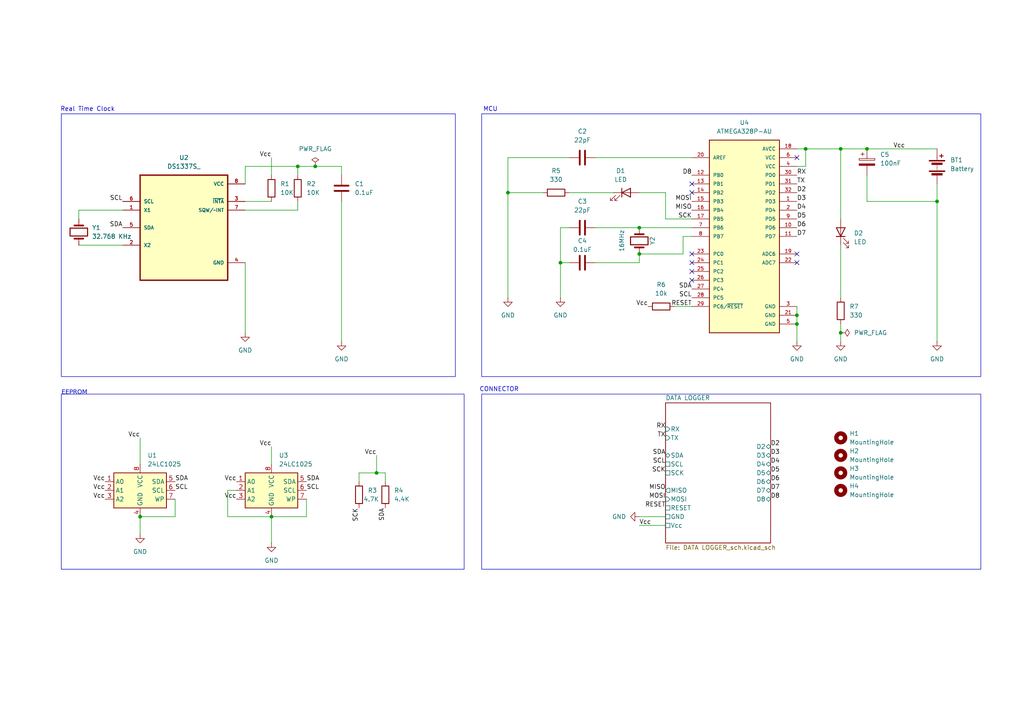
<source format=kicad_sch>
(kicad_sch
	(version 20250114)
	(generator "eeschema")
	(generator_version "9.0")
	(uuid "ca2daaa7-7699-4a86-83da-c787b080c410")
	(paper "A4")
	(title_block
		(title "DATA LOGGER")
		(date "2025-12-28")
		(rev "1")
		(company "MAHESH ")
	)
	(lib_symbols
		(symbol "ATMEGA328P-AU:ATMEGA328P-AU"
			(pin_names
				(offset 1.016)
			)
			(exclude_from_sim no)
			(in_bom yes)
			(on_board yes)
			(property "Reference" "U"
				(at -10.1755 29.2546 0)
				(effects
					(font
						(size 1.27 1.27)
					)
					(justify left bottom)
				)
			)
			(property "Value" "ATMEGA328P-AU"
				(at -10.1669 -31.7714 0)
				(effects
					(font
						(size 1.27 1.27)
					)
					(justify left bottom)
				)
			)
			(property "Footprint" "ATMEGA328P-AU:QFP80P900X900X120-32N"
				(at 0 0 0)
				(effects
					(font
						(size 1.27 1.27)
					)
					(justify bottom)
					(hide yes)
				)
			)
			(property "Datasheet" ""
				(at 0 0 0)
				(effects
					(font
						(size 1.27 1.27)
					)
					(hide yes)
				)
			)
			(property "Description" ""
				(at 0 0 0)
				(effects
					(font
						(size 1.27 1.27)
					)
					(hide yes)
				)
			)
			(property "MF" "MICROCHIP TECH."
				(at 0 0 0)
				(effects
					(font
						(size 1.27 1.27)
					)
					(justify bottom)
					(hide yes)
				)
			)
			(property "MAXIMUM_PACKAGE_HEIGHT" "1.20mm"
				(at 0 0 0)
				(effects
					(font
						(size 1.27 1.27)
					)
					(justify bottom)
					(hide yes)
				)
			)
			(property "Package" "TQFP-32 Microchip"
				(at 0 0 0)
				(effects
					(font
						(size 1.27 1.27)
					)
					(justify bottom)
					(hide yes)
				)
			)
			(property "Price" "None"
				(at 0 0 0)
				(effects
					(font
						(size 1.27 1.27)
					)
					(justify bottom)
					(hide yes)
				)
			)
			(property "Check_prices" "https://www.snapeda.com/parts/ATMEGA328P-AU/Microchip+Technology/view-part/?ref=eda"
				(at 0 0 0)
				(effects
					(font
						(size 1.27 1.27)
					)
					(justify bottom)
					(hide yes)
				)
			)
			(property "STANDARD" "IPC-7351B"
				(at 0 0 0)
				(effects
					(font
						(size 1.27 1.27)
					)
					(justify bottom)
					(hide yes)
				)
			)
			(property "PARTREV" "8271A"
				(at 0 0 0)
				(effects
					(font
						(size 1.27 1.27)
					)
					(justify bottom)
					(hide yes)
				)
			)
			(property "SnapEDA_Link" "https://www.snapeda.com/parts/ATMEGA328P-AU/Microchip+Technology/view-part/?ref=snap"
				(at 0 0 0)
				(effects
					(font
						(size 1.27 1.27)
					)
					(justify bottom)
					(hide yes)
				)
			)
			(property "MP" "ATMEGA328P-AU"
				(at 0 0 0)
				(effects
					(font
						(size 1.27 1.27)
					)
					(justify bottom)
					(hide yes)
				)
			)
			(property "Purchase-URL" "https://www.snapeda.com/api/url_track_click_mouser/?unipart_id=6280356&manufacturer=MICROCHIP TECH.&part_name=ATMEGA328P-AU&search_term=atmega328p-au"
				(at 0 0 0)
				(effects
					(font
						(size 1.27 1.27)
					)
					(justify bottom)
					(hide yes)
				)
			)
			(property "Description_1" "MCU 8-bit - AVR ATmega Family ATmega328 Series Microcontrollers - 20 MHz - 32 KB - 2 KB - 32 Pins."
				(at 0 0 0)
				(effects
					(font
						(size 1.27 1.27)
					)
					(justify bottom)
					(hide yes)
				)
			)
			(property "Availability" "In Stock"
				(at 0 0 0)
				(effects
					(font
						(size 1.27 1.27)
					)
					(justify bottom)
					(hide yes)
				)
			)
			(property "MANUFACTURER" "Microchip"
				(at 0 0 0)
				(effects
					(font
						(size 1.27 1.27)
					)
					(justify bottom)
					(hide yes)
				)
			)
			(symbol "ATMEGA328P-AU_0_0"
				(rectangle
					(start -10.16 -27.94)
					(end 10.16 27.94)
					(stroke
						(width 0.254)
						(type default)
					)
					(fill
						(type background)
					)
				)
				(pin input line
					(at -15.24 22.86 0)
					(length 5.08)
					(name "AREF"
						(effects
							(font
								(size 1.016 1.016)
							)
						)
					)
					(number "20"
						(effects
							(font
								(size 1.016 1.016)
							)
						)
					)
				)
				(pin bidirectional line
					(at -15.24 17.78 0)
					(length 5.08)
					(name "PB0"
						(effects
							(font
								(size 1.016 1.016)
							)
						)
					)
					(number "12"
						(effects
							(font
								(size 1.016 1.016)
							)
						)
					)
				)
				(pin bidirectional line
					(at -15.24 15.24 0)
					(length 5.08)
					(name "PB1"
						(effects
							(font
								(size 1.016 1.016)
							)
						)
					)
					(number "13"
						(effects
							(font
								(size 1.016 1.016)
							)
						)
					)
				)
				(pin bidirectional line
					(at -15.24 12.7 0)
					(length 5.08)
					(name "PB2"
						(effects
							(font
								(size 1.016 1.016)
							)
						)
					)
					(number "14"
						(effects
							(font
								(size 1.016 1.016)
							)
						)
					)
				)
				(pin bidirectional line
					(at -15.24 10.16 0)
					(length 5.08)
					(name "PB3"
						(effects
							(font
								(size 1.016 1.016)
							)
						)
					)
					(number "15"
						(effects
							(font
								(size 1.016 1.016)
							)
						)
					)
				)
				(pin bidirectional line
					(at -15.24 7.62 0)
					(length 5.08)
					(name "PB4"
						(effects
							(font
								(size 1.016 1.016)
							)
						)
					)
					(number "16"
						(effects
							(font
								(size 1.016 1.016)
							)
						)
					)
				)
				(pin bidirectional line
					(at -15.24 5.08 0)
					(length 5.08)
					(name "PB5"
						(effects
							(font
								(size 1.016 1.016)
							)
						)
					)
					(number "17"
						(effects
							(font
								(size 1.016 1.016)
							)
						)
					)
				)
				(pin bidirectional line
					(at -15.24 2.54 0)
					(length 5.08)
					(name "PB6"
						(effects
							(font
								(size 1.016 1.016)
							)
						)
					)
					(number "7"
						(effects
							(font
								(size 1.016 1.016)
							)
						)
					)
				)
				(pin bidirectional line
					(at -15.24 0 0)
					(length 5.08)
					(name "PB7"
						(effects
							(font
								(size 1.016 1.016)
							)
						)
					)
					(number "8"
						(effects
							(font
								(size 1.016 1.016)
							)
						)
					)
				)
				(pin bidirectional line
					(at -15.24 -5.08 0)
					(length 5.08)
					(name "PC0"
						(effects
							(font
								(size 1.016 1.016)
							)
						)
					)
					(number "23"
						(effects
							(font
								(size 1.016 1.016)
							)
						)
					)
				)
				(pin bidirectional line
					(at -15.24 -7.62 0)
					(length 5.08)
					(name "PC1"
						(effects
							(font
								(size 1.016 1.016)
							)
						)
					)
					(number "24"
						(effects
							(font
								(size 1.016 1.016)
							)
						)
					)
				)
				(pin bidirectional line
					(at -15.24 -10.16 0)
					(length 5.08)
					(name "PC2"
						(effects
							(font
								(size 1.016 1.016)
							)
						)
					)
					(number "25"
						(effects
							(font
								(size 1.016 1.016)
							)
						)
					)
				)
				(pin bidirectional line
					(at -15.24 -12.7 0)
					(length 5.08)
					(name "PC3"
						(effects
							(font
								(size 1.016 1.016)
							)
						)
					)
					(number "26"
						(effects
							(font
								(size 1.016 1.016)
							)
						)
					)
				)
				(pin bidirectional line
					(at -15.24 -15.24 0)
					(length 5.08)
					(name "PC4"
						(effects
							(font
								(size 1.016 1.016)
							)
						)
					)
					(number "27"
						(effects
							(font
								(size 1.016 1.016)
							)
						)
					)
				)
				(pin bidirectional line
					(at -15.24 -17.78 0)
					(length 5.08)
					(name "PC5"
						(effects
							(font
								(size 1.016 1.016)
							)
						)
					)
					(number "28"
						(effects
							(font
								(size 1.016 1.016)
							)
						)
					)
				)
				(pin bidirectional line
					(at -15.24 -20.32 0)
					(length 5.08)
					(name "PC6/~{RESET}"
						(effects
							(font
								(size 1.016 1.016)
							)
						)
					)
					(number "29"
						(effects
							(font
								(size 1.016 1.016)
							)
						)
					)
				)
				(pin power_in line
					(at 15.24 25.4 180)
					(length 5.08)
					(name "AVCC"
						(effects
							(font
								(size 1.016 1.016)
							)
						)
					)
					(number "18"
						(effects
							(font
								(size 1.016 1.016)
							)
						)
					)
				)
				(pin power_in line
					(at 15.24 20.32 180)
					(length 5.08)
					(name "VCC"
						(effects
							(font
								(size 1.016 1.016)
							)
						)
					)
					(number "4"
						(effects
							(font
								(size 1.016 1.016)
							)
						)
					)
				)
				(pin bidirectional line
					(at 15.24 17.78 180)
					(length 5.08)
					(name "PD0"
						(effects
							(font
								(size 1.016 1.016)
							)
						)
					)
					(number "30"
						(effects
							(font
								(size 1.016 1.016)
							)
						)
					)
				)
				(pin bidirectional line
					(at 15.24 15.24 180)
					(length 5.08)
					(name "PD1"
						(effects
							(font
								(size 1.016 1.016)
							)
						)
					)
					(number "31"
						(effects
							(font
								(size 1.016 1.016)
							)
						)
					)
				)
				(pin bidirectional line
					(at 15.24 12.7 180)
					(length 5.08)
					(name "PD2"
						(effects
							(font
								(size 1.016 1.016)
							)
						)
					)
					(number "32"
						(effects
							(font
								(size 1.016 1.016)
							)
						)
					)
				)
				(pin bidirectional line
					(at 15.24 10.16 180)
					(length 5.08)
					(name "PD3"
						(effects
							(font
								(size 1.016 1.016)
							)
						)
					)
					(number "1"
						(effects
							(font
								(size 1.016 1.016)
							)
						)
					)
				)
				(pin bidirectional line
					(at 15.24 7.62 180)
					(length 5.08)
					(name "PD4"
						(effects
							(font
								(size 1.016 1.016)
							)
						)
					)
					(number "2"
						(effects
							(font
								(size 1.016 1.016)
							)
						)
					)
				)
				(pin bidirectional line
					(at 15.24 5.08 180)
					(length 5.08)
					(name "PD5"
						(effects
							(font
								(size 1.016 1.016)
							)
						)
					)
					(number "9"
						(effects
							(font
								(size 1.016 1.016)
							)
						)
					)
				)
				(pin bidirectional line
					(at 15.24 2.54 180)
					(length 5.08)
					(name "PD6"
						(effects
							(font
								(size 1.016 1.016)
							)
						)
					)
					(number "10"
						(effects
							(font
								(size 1.016 1.016)
							)
						)
					)
				)
				(pin bidirectional line
					(at 15.24 0 180)
					(length 5.08)
					(name "PD7"
						(effects
							(font
								(size 1.016 1.016)
							)
						)
					)
					(number "11"
						(effects
							(font
								(size 1.016 1.016)
							)
						)
					)
				)
				(pin bidirectional line
					(at 15.24 -5.08 180)
					(length 5.08)
					(name "ADC6"
						(effects
							(font
								(size 1.016 1.016)
							)
						)
					)
					(number "19"
						(effects
							(font
								(size 1.016 1.016)
							)
						)
					)
				)
				(pin bidirectional line
					(at 15.24 -7.62 180)
					(length 5.08)
					(name "ADC7"
						(effects
							(font
								(size 1.016 1.016)
							)
						)
					)
					(number "22"
						(effects
							(font
								(size 1.016 1.016)
							)
						)
					)
				)
				(pin power_in line
					(at 15.24 -20.32 180)
					(length 5.08)
					(name "GND"
						(effects
							(font
								(size 1.016 1.016)
							)
						)
					)
					(number "3"
						(effects
							(font
								(size 1.016 1.016)
							)
						)
					)
				)
			)
			(symbol "ATMEGA328P-AU_1_0"
				(pin power_in line
					(at 15.24 22.86 180)
					(length 5.08)
					(name "VCC"
						(effects
							(font
								(size 1.016 1.016)
							)
						)
					)
					(number "6"
						(effects
							(font
								(size 1.016 1.016)
							)
						)
					)
				)
				(pin power_in line
					(at 15.24 -22.86 180)
					(length 5.08)
					(name "GND"
						(effects
							(font
								(size 1.016 1.016)
							)
						)
					)
					(number "21"
						(effects
							(font
								(size 1.016 1.016)
							)
						)
					)
				)
				(pin power_in line
					(at 15.24 -25.4 180)
					(length 5.08)
					(name "GND"
						(effects
							(font
								(size 1.016 1.016)
							)
						)
					)
					(number "5"
						(effects
							(font
								(size 1.016 1.016)
							)
						)
					)
				)
			)
			(embedded_fonts no)
		)
		(symbol "DS1337S_:DS1337S_"
			(pin_names
				(offset 1.016)
			)
			(exclude_from_sim no)
			(in_bom yes)
			(on_board yes)
			(property "Reference" "U"
				(at -12.7 16.24 0)
				(effects
					(font
						(size 1.27 1.27)
					)
					(justify left bottom)
				)
			)
			(property "Value" "DS1337S_"
				(at -12.7 -19.24 0)
				(effects
					(font
						(size 1.27 1.27)
					)
					(justify left bottom)
				)
			)
			(property "Footprint" "DS1337S_:SOIC127P600X175-8N"
				(at 0 0 0)
				(effects
					(font
						(size 1.27 1.27)
					)
					(justify bottom)
					(hide yes)
				)
			)
			(property "Datasheet" ""
				(at 0 0 0)
				(effects
					(font
						(size 1.27 1.27)
					)
					(hide yes)
				)
			)
			(property "Description" ""
				(at 0 0 0)
				(effects
					(font
						(size 1.27 1.27)
					)
					(hide yes)
				)
			)
			(property "MF" "Analog Devices"
				(at 0 0 0)
				(effects
					(font
						(size 1.27 1.27)
					)
					(justify bottom)
					(hide yes)
				)
			)
			(property "Description_1" "I²C Serial Real-Time Clock"
				(at 0 0 0)
				(effects
					(font
						(size 1.27 1.27)
					)
					(justify bottom)
					(hide yes)
				)
			)
			(property "Package" "SOIC-8 Maxim"
				(at 0 0 0)
				(effects
					(font
						(size 1.27 1.27)
					)
					(justify bottom)
					(hide yes)
				)
			)
			(property "Price" "None"
				(at 0 0 0)
				(effects
					(font
						(size 1.27 1.27)
					)
					(justify bottom)
					(hide yes)
				)
			)
			(property "SnapEDA_Link" "https://www.snapeda.com/parts/DS1337S+/Analog+Devices/view-part/?ref=snap"
				(at 0 0 0)
				(effects
					(font
						(size 1.27 1.27)
					)
					(justify bottom)
					(hide yes)
				)
			)
			(property "MP" "DS1337S+"
				(at 0 0 0)
				(effects
					(font
						(size 1.27 1.27)
					)
					(justify bottom)
					(hide yes)
				)
			)
			(property "Purchase-URL" "https://www.snapeda.com/api/url_track_click_mouser/?unipart_id=105732&manufacturer=Analog Devices&part_name=DS1337S+&search_term=None"
				(at 0 0 0)
				(effects
					(font
						(size 1.27 1.27)
					)
					(justify bottom)
					(hide yes)
				)
			)
			(property "Availability" "In Stock"
				(at 0 0 0)
				(effects
					(font
						(size 1.27 1.27)
					)
					(justify bottom)
					(hide yes)
				)
			)
			(property "Check_prices" "https://www.snapeda.com/parts/DS1337S+/Analog+Devices/view-part/?ref=eda"
				(at 0 0 0)
				(effects
					(font
						(size 1.27 1.27)
					)
					(justify bottom)
					(hide yes)
				)
			)
			(symbol "DS1337S__0_0"
				(rectangle
					(start -12.7 -15.24)
					(end 12.7 15.24)
					(stroke
						(width 0.41)
						(type default)
					)
					(fill
						(type background)
					)
				)
				(pin input line
					(at -17.78 7.62 0)
					(length 5.08)
					(name "SCL"
						(effects
							(font
								(size 1.016 1.016)
							)
						)
					)
					(number "6"
						(effects
							(font
								(size 1.016 1.016)
							)
						)
					)
				)
				(pin input line
					(at -17.78 5.08 0)
					(length 5.08)
					(name "X1"
						(effects
							(font
								(size 1.016 1.016)
							)
						)
					)
					(number "1"
						(effects
							(font
								(size 1.016 1.016)
							)
						)
					)
				)
				(pin bidirectional line
					(at -17.78 0 0)
					(length 5.08)
					(name "SDA"
						(effects
							(font
								(size 1.016 1.016)
							)
						)
					)
					(number "5"
						(effects
							(font
								(size 1.016 1.016)
							)
						)
					)
				)
				(pin bidirectional line
					(at -17.78 -5.08 0)
					(length 5.08)
					(name "X2"
						(effects
							(font
								(size 1.016 1.016)
							)
						)
					)
					(number "2"
						(effects
							(font
								(size 1.016 1.016)
							)
						)
					)
				)
				(pin power_in line
					(at 17.78 12.7 180)
					(length 5.08)
					(name "VCC"
						(effects
							(font
								(size 1.016 1.016)
							)
						)
					)
					(number "8"
						(effects
							(font
								(size 1.016 1.016)
							)
						)
					)
				)
				(pin output line
					(at 17.78 7.62 180)
					(length 5.08)
					(name "~{INTA}"
						(effects
							(font
								(size 1.016 1.016)
							)
						)
					)
					(number "3"
						(effects
							(font
								(size 1.016 1.016)
							)
						)
					)
				)
				(pin output line
					(at 17.78 5.08 180)
					(length 5.08)
					(name "SQW/~INT"
						(effects
							(font
								(size 1.016 1.016)
							)
						)
					)
					(number "7"
						(effects
							(font
								(size 1.016 1.016)
							)
						)
					)
				)
				(pin power_in line
					(at 17.78 -10.16 180)
					(length 5.08)
					(name "GND"
						(effects
							(font
								(size 1.016 1.016)
							)
						)
					)
					(number "4"
						(effects
							(font
								(size 1.016 1.016)
							)
						)
					)
				)
			)
			(embedded_fonts no)
		)
		(symbol "Device:Battery"
			(pin_numbers
				(hide yes)
			)
			(pin_names
				(offset 0)
				(hide yes)
			)
			(exclude_from_sim no)
			(in_bom yes)
			(on_board yes)
			(property "Reference" "BT"
				(at 2.54 2.54 0)
				(effects
					(font
						(size 1.27 1.27)
					)
					(justify left)
				)
			)
			(property "Value" "Battery"
				(at 2.54 0 0)
				(effects
					(font
						(size 1.27 1.27)
					)
					(justify left)
				)
			)
			(property "Footprint" ""
				(at 0 1.524 90)
				(effects
					(font
						(size 1.27 1.27)
					)
					(hide yes)
				)
			)
			(property "Datasheet" "~"
				(at 0 1.524 90)
				(effects
					(font
						(size 1.27 1.27)
					)
					(hide yes)
				)
			)
			(property "Description" "Multiple-cell battery"
				(at 0 0 0)
				(effects
					(font
						(size 1.27 1.27)
					)
					(hide yes)
				)
			)
			(property "ki_keywords" "batt voltage-source cell"
				(at 0 0 0)
				(effects
					(font
						(size 1.27 1.27)
					)
					(hide yes)
				)
			)
			(symbol "Battery_0_1"
				(rectangle
					(start -2.286 1.778)
					(end 2.286 1.524)
					(stroke
						(width 0)
						(type default)
					)
					(fill
						(type outline)
					)
				)
				(rectangle
					(start -2.286 -1.27)
					(end 2.286 -1.524)
					(stroke
						(width 0)
						(type default)
					)
					(fill
						(type outline)
					)
				)
				(rectangle
					(start -1.524 1.016)
					(end 1.524 0.508)
					(stroke
						(width 0)
						(type default)
					)
					(fill
						(type outline)
					)
				)
				(rectangle
					(start -1.524 -2.032)
					(end 1.524 -2.54)
					(stroke
						(width 0)
						(type default)
					)
					(fill
						(type outline)
					)
				)
				(polyline
					(pts
						(xy 0 1.778) (xy 0 2.54)
					)
					(stroke
						(width 0)
						(type default)
					)
					(fill
						(type none)
					)
				)
				(polyline
					(pts
						(xy 0 0) (xy 0 0.254)
					)
					(stroke
						(width 0)
						(type default)
					)
					(fill
						(type none)
					)
				)
				(polyline
					(pts
						(xy 0 -0.508) (xy 0 -0.254)
					)
					(stroke
						(width 0)
						(type default)
					)
					(fill
						(type none)
					)
				)
				(polyline
					(pts
						(xy 0 -1.016) (xy 0 -0.762)
					)
					(stroke
						(width 0)
						(type default)
					)
					(fill
						(type none)
					)
				)
				(polyline
					(pts
						(xy 0.762 3.048) (xy 1.778 3.048)
					)
					(stroke
						(width 0.254)
						(type default)
					)
					(fill
						(type none)
					)
				)
				(polyline
					(pts
						(xy 1.27 3.556) (xy 1.27 2.54)
					)
					(stroke
						(width 0.254)
						(type default)
					)
					(fill
						(type none)
					)
				)
			)
			(symbol "Battery_1_1"
				(pin passive line
					(at 0 5.08 270)
					(length 2.54)
					(name "+"
						(effects
							(font
								(size 1.27 1.27)
							)
						)
					)
					(number "1"
						(effects
							(font
								(size 1.27 1.27)
							)
						)
					)
				)
				(pin passive line
					(at 0 -5.08 90)
					(length 2.54)
					(name "-"
						(effects
							(font
								(size 1.27 1.27)
							)
						)
					)
					(number "2"
						(effects
							(font
								(size 1.27 1.27)
							)
						)
					)
				)
			)
			(embedded_fonts no)
		)
		(symbol "Device:C"
			(pin_numbers
				(hide yes)
			)
			(pin_names
				(offset 0.254)
			)
			(exclude_from_sim no)
			(in_bom yes)
			(on_board yes)
			(property "Reference" "C"
				(at 0.635 2.54 0)
				(effects
					(font
						(size 1.27 1.27)
					)
					(justify left)
				)
			)
			(property "Value" "C"
				(at 0.635 -2.54 0)
				(effects
					(font
						(size 1.27 1.27)
					)
					(justify left)
				)
			)
			(property "Footprint" ""
				(at 0.9652 -3.81 0)
				(effects
					(font
						(size 1.27 1.27)
					)
					(hide yes)
				)
			)
			(property "Datasheet" "~"
				(at 0 0 0)
				(effects
					(font
						(size 1.27 1.27)
					)
					(hide yes)
				)
			)
			(property "Description" "Unpolarized capacitor"
				(at 0 0 0)
				(effects
					(font
						(size 1.27 1.27)
					)
					(hide yes)
				)
			)
			(property "ki_keywords" "cap capacitor"
				(at 0 0 0)
				(effects
					(font
						(size 1.27 1.27)
					)
					(hide yes)
				)
			)
			(property "ki_fp_filters" "C_*"
				(at 0 0 0)
				(effects
					(font
						(size 1.27 1.27)
					)
					(hide yes)
				)
			)
			(symbol "C_0_1"
				(polyline
					(pts
						(xy -2.032 0.762) (xy 2.032 0.762)
					)
					(stroke
						(width 0.508)
						(type default)
					)
					(fill
						(type none)
					)
				)
				(polyline
					(pts
						(xy -2.032 -0.762) (xy 2.032 -0.762)
					)
					(stroke
						(width 0.508)
						(type default)
					)
					(fill
						(type none)
					)
				)
			)
			(symbol "C_1_1"
				(pin passive line
					(at 0 3.81 270)
					(length 2.794)
					(name "~"
						(effects
							(font
								(size 1.27 1.27)
							)
						)
					)
					(number "1"
						(effects
							(font
								(size 1.27 1.27)
							)
						)
					)
				)
				(pin passive line
					(at 0 -3.81 90)
					(length 2.794)
					(name "~"
						(effects
							(font
								(size 1.27 1.27)
							)
						)
					)
					(number "2"
						(effects
							(font
								(size 1.27 1.27)
							)
						)
					)
				)
			)
			(embedded_fonts no)
		)
		(symbol "Device:C_Polarized"
			(pin_numbers
				(hide yes)
			)
			(pin_names
				(offset 0.254)
			)
			(exclude_from_sim no)
			(in_bom yes)
			(on_board yes)
			(property "Reference" "C"
				(at 0.635 2.54 0)
				(effects
					(font
						(size 1.27 1.27)
					)
					(justify left)
				)
			)
			(property "Value" "C_Polarized"
				(at 0.635 -2.54 0)
				(effects
					(font
						(size 1.27 1.27)
					)
					(justify left)
				)
			)
			(property "Footprint" ""
				(at 0.9652 -3.81 0)
				(effects
					(font
						(size 1.27 1.27)
					)
					(hide yes)
				)
			)
			(property "Datasheet" "~"
				(at 0 0 0)
				(effects
					(font
						(size 1.27 1.27)
					)
					(hide yes)
				)
			)
			(property "Description" "Polarized capacitor"
				(at 0 0 0)
				(effects
					(font
						(size 1.27 1.27)
					)
					(hide yes)
				)
			)
			(property "ki_keywords" "cap capacitor"
				(at 0 0 0)
				(effects
					(font
						(size 1.27 1.27)
					)
					(hide yes)
				)
			)
			(property "ki_fp_filters" "CP_*"
				(at 0 0 0)
				(effects
					(font
						(size 1.27 1.27)
					)
					(hide yes)
				)
			)
			(symbol "C_Polarized_0_1"
				(rectangle
					(start -2.286 0.508)
					(end 2.286 1.016)
					(stroke
						(width 0)
						(type default)
					)
					(fill
						(type none)
					)
				)
				(polyline
					(pts
						(xy -1.778 2.286) (xy -0.762 2.286)
					)
					(stroke
						(width 0)
						(type default)
					)
					(fill
						(type none)
					)
				)
				(polyline
					(pts
						(xy -1.27 2.794) (xy -1.27 1.778)
					)
					(stroke
						(width 0)
						(type default)
					)
					(fill
						(type none)
					)
				)
				(rectangle
					(start 2.286 -0.508)
					(end -2.286 -1.016)
					(stroke
						(width 0)
						(type default)
					)
					(fill
						(type outline)
					)
				)
			)
			(symbol "C_Polarized_1_1"
				(pin passive line
					(at 0 3.81 270)
					(length 2.794)
					(name "~"
						(effects
							(font
								(size 1.27 1.27)
							)
						)
					)
					(number "1"
						(effects
							(font
								(size 1.27 1.27)
							)
						)
					)
				)
				(pin passive line
					(at 0 -3.81 90)
					(length 2.794)
					(name "~"
						(effects
							(font
								(size 1.27 1.27)
							)
						)
					)
					(number "2"
						(effects
							(font
								(size 1.27 1.27)
							)
						)
					)
				)
			)
			(embedded_fonts no)
		)
		(symbol "Device:Crystal"
			(pin_numbers
				(hide yes)
			)
			(pin_names
				(offset 1.016)
				(hide yes)
			)
			(exclude_from_sim no)
			(in_bom yes)
			(on_board yes)
			(property "Reference" "Y"
				(at 0 3.81 0)
				(effects
					(font
						(size 1.27 1.27)
					)
				)
			)
			(property "Value" "Crystal"
				(at 0 -3.81 0)
				(effects
					(font
						(size 1.27 1.27)
					)
				)
			)
			(property "Footprint" ""
				(at 0 0 0)
				(effects
					(font
						(size 1.27 1.27)
					)
					(hide yes)
				)
			)
			(property "Datasheet" "~"
				(at 0 0 0)
				(effects
					(font
						(size 1.27 1.27)
					)
					(hide yes)
				)
			)
			(property "Description" "Two pin crystal"
				(at 0 0 0)
				(effects
					(font
						(size 1.27 1.27)
					)
					(hide yes)
				)
			)
			(property "ki_keywords" "quartz ceramic resonator oscillator"
				(at 0 0 0)
				(effects
					(font
						(size 1.27 1.27)
					)
					(hide yes)
				)
			)
			(property "ki_fp_filters" "Crystal*"
				(at 0 0 0)
				(effects
					(font
						(size 1.27 1.27)
					)
					(hide yes)
				)
			)
			(symbol "Crystal_0_1"
				(polyline
					(pts
						(xy -2.54 0) (xy -1.905 0)
					)
					(stroke
						(width 0)
						(type default)
					)
					(fill
						(type none)
					)
				)
				(polyline
					(pts
						(xy -1.905 -1.27) (xy -1.905 1.27)
					)
					(stroke
						(width 0.508)
						(type default)
					)
					(fill
						(type none)
					)
				)
				(rectangle
					(start -1.143 2.54)
					(end 1.143 -2.54)
					(stroke
						(width 0.3048)
						(type default)
					)
					(fill
						(type none)
					)
				)
				(polyline
					(pts
						(xy 1.905 -1.27) (xy 1.905 1.27)
					)
					(stroke
						(width 0.508)
						(type default)
					)
					(fill
						(type none)
					)
				)
				(polyline
					(pts
						(xy 2.54 0) (xy 1.905 0)
					)
					(stroke
						(width 0)
						(type default)
					)
					(fill
						(type none)
					)
				)
			)
			(symbol "Crystal_1_1"
				(pin passive line
					(at -3.81 0 0)
					(length 1.27)
					(name "1"
						(effects
							(font
								(size 1.27 1.27)
							)
						)
					)
					(number "1"
						(effects
							(font
								(size 1.27 1.27)
							)
						)
					)
				)
				(pin passive line
					(at 3.81 0 180)
					(length 1.27)
					(name "2"
						(effects
							(font
								(size 1.27 1.27)
							)
						)
					)
					(number "2"
						(effects
							(font
								(size 1.27 1.27)
							)
						)
					)
				)
			)
			(embedded_fonts no)
		)
		(symbol "Device:LED"
			(pin_numbers
				(hide yes)
			)
			(pin_names
				(offset 1.016)
				(hide yes)
			)
			(exclude_from_sim no)
			(in_bom yes)
			(on_board yes)
			(property "Reference" "D"
				(at 0 2.54 0)
				(effects
					(font
						(size 1.27 1.27)
					)
				)
			)
			(property "Value" "LED"
				(at 0 -2.54 0)
				(effects
					(font
						(size 1.27 1.27)
					)
				)
			)
			(property "Footprint" ""
				(at 0 0 0)
				(effects
					(font
						(size 1.27 1.27)
					)
					(hide yes)
				)
			)
			(property "Datasheet" "~"
				(at 0 0 0)
				(effects
					(font
						(size 1.27 1.27)
					)
					(hide yes)
				)
			)
			(property "Description" "Light emitting diode"
				(at 0 0 0)
				(effects
					(font
						(size 1.27 1.27)
					)
					(hide yes)
				)
			)
			(property "Sim.Pins" "1=K 2=A"
				(at 0 0 0)
				(effects
					(font
						(size 1.27 1.27)
					)
					(hide yes)
				)
			)
			(property "ki_keywords" "LED diode"
				(at 0 0 0)
				(effects
					(font
						(size 1.27 1.27)
					)
					(hide yes)
				)
			)
			(property "ki_fp_filters" "LED* LED_SMD:* LED_THT:*"
				(at 0 0 0)
				(effects
					(font
						(size 1.27 1.27)
					)
					(hide yes)
				)
			)
			(symbol "LED_0_1"
				(polyline
					(pts
						(xy -3.048 -0.762) (xy -4.572 -2.286) (xy -3.81 -2.286) (xy -4.572 -2.286) (xy -4.572 -1.524)
					)
					(stroke
						(width 0)
						(type default)
					)
					(fill
						(type none)
					)
				)
				(polyline
					(pts
						(xy -1.778 -0.762) (xy -3.302 -2.286) (xy -2.54 -2.286) (xy -3.302 -2.286) (xy -3.302 -1.524)
					)
					(stroke
						(width 0)
						(type default)
					)
					(fill
						(type none)
					)
				)
				(polyline
					(pts
						(xy -1.27 0) (xy 1.27 0)
					)
					(stroke
						(width 0)
						(type default)
					)
					(fill
						(type none)
					)
				)
				(polyline
					(pts
						(xy -1.27 -1.27) (xy -1.27 1.27)
					)
					(stroke
						(width 0.254)
						(type default)
					)
					(fill
						(type none)
					)
				)
				(polyline
					(pts
						(xy 1.27 -1.27) (xy 1.27 1.27) (xy -1.27 0) (xy 1.27 -1.27)
					)
					(stroke
						(width 0.254)
						(type default)
					)
					(fill
						(type none)
					)
				)
			)
			(symbol "LED_1_1"
				(pin passive line
					(at -3.81 0 0)
					(length 2.54)
					(name "K"
						(effects
							(font
								(size 1.27 1.27)
							)
						)
					)
					(number "1"
						(effects
							(font
								(size 1.27 1.27)
							)
						)
					)
				)
				(pin passive line
					(at 3.81 0 180)
					(length 2.54)
					(name "A"
						(effects
							(font
								(size 1.27 1.27)
							)
						)
					)
					(number "2"
						(effects
							(font
								(size 1.27 1.27)
							)
						)
					)
				)
			)
			(embedded_fonts no)
		)
		(symbol "Device:R"
			(pin_numbers
				(hide yes)
			)
			(pin_names
				(offset 0)
			)
			(exclude_from_sim no)
			(in_bom yes)
			(on_board yes)
			(property "Reference" "R"
				(at 2.032 0 90)
				(effects
					(font
						(size 1.27 1.27)
					)
				)
			)
			(property "Value" "R"
				(at 0 0 90)
				(effects
					(font
						(size 1.27 1.27)
					)
				)
			)
			(property "Footprint" ""
				(at -1.778 0 90)
				(effects
					(font
						(size 1.27 1.27)
					)
					(hide yes)
				)
			)
			(property "Datasheet" "~"
				(at 0 0 0)
				(effects
					(font
						(size 1.27 1.27)
					)
					(hide yes)
				)
			)
			(property "Description" "Resistor"
				(at 0 0 0)
				(effects
					(font
						(size 1.27 1.27)
					)
					(hide yes)
				)
			)
			(property "ki_keywords" "R res resistor"
				(at 0 0 0)
				(effects
					(font
						(size 1.27 1.27)
					)
					(hide yes)
				)
			)
			(property "ki_fp_filters" "R_*"
				(at 0 0 0)
				(effects
					(font
						(size 1.27 1.27)
					)
					(hide yes)
				)
			)
			(symbol "R_0_1"
				(rectangle
					(start -1.016 -2.54)
					(end 1.016 2.54)
					(stroke
						(width 0.254)
						(type default)
					)
					(fill
						(type none)
					)
				)
			)
			(symbol "R_1_1"
				(pin passive line
					(at 0 3.81 270)
					(length 1.27)
					(name "~"
						(effects
							(font
								(size 1.27 1.27)
							)
						)
					)
					(number "1"
						(effects
							(font
								(size 1.27 1.27)
							)
						)
					)
				)
				(pin passive line
					(at 0 -3.81 90)
					(length 1.27)
					(name "~"
						(effects
							(font
								(size 1.27 1.27)
							)
						)
					)
					(number "2"
						(effects
							(font
								(size 1.27 1.27)
							)
						)
					)
				)
			)
			(embedded_fonts no)
		)
		(symbol "Mechanical:MountingHole"
			(pin_names
				(offset 1.016)
			)
			(exclude_from_sim no)
			(in_bom no)
			(on_board yes)
			(property "Reference" "H"
				(at 0 5.08 0)
				(effects
					(font
						(size 1.27 1.27)
					)
				)
			)
			(property "Value" "MountingHole"
				(at 0 3.175 0)
				(effects
					(font
						(size 1.27 1.27)
					)
				)
			)
			(property "Footprint" ""
				(at 0 0 0)
				(effects
					(font
						(size 1.27 1.27)
					)
					(hide yes)
				)
			)
			(property "Datasheet" "~"
				(at 0 0 0)
				(effects
					(font
						(size 1.27 1.27)
					)
					(hide yes)
				)
			)
			(property "Description" "Mounting Hole without connection"
				(at 0 0 0)
				(effects
					(font
						(size 1.27 1.27)
					)
					(hide yes)
				)
			)
			(property "ki_keywords" "mounting hole"
				(at 0 0 0)
				(effects
					(font
						(size 1.27 1.27)
					)
					(hide yes)
				)
			)
			(property "ki_fp_filters" "MountingHole*"
				(at 0 0 0)
				(effects
					(font
						(size 1.27 1.27)
					)
					(hide yes)
				)
			)
			(symbol "MountingHole_0_1"
				(circle
					(center 0 0)
					(radius 1.27)
					(stroke
						(width 1.27)
						(type default)
					)
					(fill
						(type none)
					)
				)
			)
			(embedded_fonts no)
		)
		(symbol "Memory_EEPROM:24LC1025"
			(exclude_from_sim no)
			(in_bom yes)
			(on_board yes)
			(property "Reference" "U"
				(at -6.35 6.35 0)
				(effects
					(font
						(size 1.27 1.27)
					)
				)
			)
			(property "Value" "24LC1025"
				(at 1.27 6.35 0)
				(effects
					(font
						(size 1.27 1.27)
					)
					(justify left)
				)
			)
			(property "Footprint" ""
				(at 0 0 0)
				(effects
					(font
						(size 1.27 1.27)
					)
					(hide yes)
				)
			)
			(property "Datasheet" "http://ww1.microchip.com/downloads/en/DeviceDoc/21941B.pdf"
				(at 0 0 0)
				(effects
					(font
						(size 1.27 1.27)
					)
					(hide yes)
				)
			)
			(property "Description" "I2C Serial EEPROM, 1024Kb, DIP-8/SOIC-8/TSSOP-8/DFN-8"
				(at 0 0 0)
				(effects
					(font
						(size 1.27 1.27)
					)
					(hide yes)
				)
			)
			(property "ki_keywords" "I2C Serial EEPROM"
				(at 0 0 0)
				(effects
					(font
						(size 1.27 1.27)
					)
					(hide yes)
				)
			)
			(property "ki_fp_filters" "DIP*W7.62mm* SOIC*3.9x4.9mm* TSSOP*4.4x3mm*P0.65mm* DFN*3x2mm*P0.5mm*"
				(at 0 0 0)
				(effects
					(font
						(size 1.27 1.27)
					)
					(hide yes)
				)
			)
			(symbol "24LC1025_1_1"
				(rectangle
					(start -7.62 5.08)
					(end 7.62 -5.08)
					(stroke
						(width 0.254)
						(type default)
					)
					(fill
						(type background)
					)
				)
				(pin input line
					(at -10.16 2.54 0)
					(length 2.54)
					(name "A0"
						(effects
							(font
								(size 1.27 1.27)
							)
						)
					)
					(number "1"
						(effects
							(font
								(size 1.27 1.27)
							)
						)
					)
				)
				(pin input line
					(at -10.16 0 0)
					(length 2.54)
					(name "A1"
						(effects
							(font
								(size 1.27 1.27)
							)
						)
					)
					(number "2"
						(effects
							(font
								(size 1.27 1.27)
							)
						)
					)
				)
				(pin input line
					(at -10.16 -2.54 0)
					(length 2.54)
					(name "A2"
						(effects
							(font
								(size 1.27 1.27)
							)
						)
					)
					(number "3"
						(effects
							(font
								(size 1.27 1.27)
							)
						)
					)
				)
				(pin power_in line
					(at 0 7.62 270)
					(length 2.54)
					(name "VCC"
						(effects
							(font
								(size 1.27 1.27)
							)
						)
					)
					(number "8"
						(effects
							(font
								(size 1.27 1.27)
							)
						)
					)
				)
				(pin power_in line
					(at 0 -7.62 90)
					(length 2.54)
					(name "GND"
						(effects
							(font
								(size 1.27 1.27)
							)
						)
					)
					(number "4"
						(effects
							(font
								(size 1.27 1.27)
							)
						)
					)
				)
				(pin bidirectional line
					(at 10.16 2.54 180)
					(length 2.54)
					(name "SDA"
						(effects
							(font
								(size 1.27 1.27)
							)
						)
					)
					(number "5"
						(effects
							(font
								(size 1.27 1.27)
							)
						)
					)
				)
				(pin input line
					(at 10.16 0 180)
					(length 2.54)
					(name "SCL"
						(effects
							(font
								(size 1.27 1.27)
							)
						)
					)
					(number "6"
						(effects
							(font
								(size 1.27 1.27)
							)
						)
					)
				)
				(pin input line
					(at 10.16 -2.54 180)
					(length 2.54)
					(name "WP"
						(effects
							(font
								(size 1.27 1.27)
							)
						)
					)
					(number "7"
						(effects
							(font
								(size 1.27 1.27)
							)
						)
					)
				)
			)
			(embedded_fonts no)
		)
		(symbol "power:GND"
			(power)
			(pin_numbers
				(hide yes)
			)
			(pin_names
				(offset 0)
				(hide yes)
			)
			(exclude_from_sim no)
			(in_bom yes)
			(on_board yes)
			(property "Reference" "#PWR"
				(at 0 -6.35 0)
				(effects
					(font
						(size 1.27 1.27)
					)
					(hide yes)
				)
			)
			(property "Value" "GND"
				(at 0 -3.81 0)
				(effects
					(font
						(size 1.27 1.27)
					)
				)
			)
			(property "Footprint" ""
				(at 0 0 0)
				(effects
					(font
						(size 1.27 1.27)
					)
					(hide yes)
				)
			)
			(property "Datasheet" ""
				(at 0 0 0)
				(effects
					(font
						(size 1.27 1.27)
					)
					(hide yes)
				)
			)
			(property "Description" "Power symbol creates a global label with name \"GND\" , ground"
				(at 0 0 0)
				(effects
					(font
						(size 1.27 1.27)
					)
					(hide yes)
				)
			)
			(property "ki_keywords" "global power"
				(at 0 0 0)
				(effects
					(font
						(size 1.27 1.27)
					)
					(hide yes)
				)
			)
			(symbol "GND_0_1"
				(polyline
					(pts
						(xy 0 0) (xy 0 -1.27) (xy 1.27 -1.27) (xy 0 -2.54) (xy -1.27 -1.27) (xy 0 -1.27)
					)
					(stroke
						(width 0)
						(type default)
					)
					(fill
						(type none)
					)
				)
			)
			(symbol "GND_1_1"
				(pin power_in line
					(at 0 0 270)
					(length 0)
					(name "~"
						(effects
							(font
								(size 1.27 1.27)
							)
						)
					)
					(number "1"
						(effects
							(font
								(size 1.27 1.27)
							)
						)
					)
				)
			)
			(embedded_fonts no)
		)
		(symbol "power:PWR_FLAG"
			(power)
			(pin_numbers
				(hide yes)
			)
			(pin_names
				(offset 0)
				(hide yes)
			)
			(exclude_from_sim no)
			(in_bom yes)
			(on_board yes)
			(property "Reference" "#FLG"
				(at 0 1.905 0)
				(effects
					(font
						(size 1.27 1.27)
					)
					(hide yes)
				)
			)
			(property "Value" "PWR_FLAG"
				(at 0 3.81 0)
				(effects
					(font
						(size 1.27 1.27)
					)
				)
			)
			(property "Footprint" ""
				(at 0 0 0)
				(effects
					(font
						(size 1.27 1.27)
					)
					(hide yes)
				)
			)
			(property "Datasheet" "~"
				(at 0 0 0)
				(effects
					(font
						(size 1.27 1.27)
					)
					(hide yes)
				)
			)
			(property "Description" "Special symbol for telling ERC where power comes from"
				(at 0 0 0)
				(effects
					(font
						(size 1.27 1.27)
					)
					(hide yes)
				)
			)
			(property "ki_keywords" "flag power"
				(at 0 0 0)
				(effects
					(font
						(size 1.27 1.27)
					)
					(hide yes)
				)
			)
			(symbol "PWR_FLAG_0_0"
				(pin power_out line
					(at 0 0 90)
					(length 0)
					(name "~"
						(effects
							(font
								(size 1.27 1.27)
							)
						)
					)
					(number "1"
						(effects
							(font
								(size 1.27 1.27)
							)
						)
					)
				)
			)
			(symbol "PWR_FLAG_0_1"
				(polyline
					(pts
						(xy 0 0) (xy 0 1.27) (xy -1.016 1.905) (xy 0 2.54) (xy 1.016 1.905) (xy 0 1.27)
					)
					(stroke
						(width 0)
						(type default)
					)
					(fill
						(type none)
					)
				)
			)
			(embedded_fonts no)
		)
	)
	(rectangle
		(start 139.7 33.02)
		(end 284.48 109.22)
		(stroke
			(width 0)
			(type default)
		)
		(fill
			(type none)
		)
		(uuid 2717415f-7f62-4941-a131-184f570d06e9)
	)
	(rectangle
		(start 17.78 33.02)
		(end 132.08 109.22)
		(stroke
			(width 0)
			(type default)
		)
		(fill
			(type none)
		)
		(uuid 2e636488-776a-4a5a-8a25-1803375c9a4d)
	)
	(rectangle
		(start 17.78 114.3)
		(end 134.62 165.1)
		(stroke
			(width 0)
			(type default)
		)
		(fill
			(type none)
		)
		(uuid 4966b5be-fb05-4d22-89fd-914f2d3805f3)
	)
	(rectangle
		(start 139.7 114.3)
		(end 284.48 165.1)
		(stroke
			(width 0)
			(type default)
		)
		(fill
			(type none)
		)
		(uuid df3e0d30-092f-461e-8923-74da3da1db44)
	)
	(text "MCU\n"
		(exclude_from_sim no)
		(at 142.24 31.75 0)
		(effects
			(font
				(size 1.27 1.27)
			)
		)
		(uuid "43a452ad-62f2-4fa3-864c-ec0d12756d23")
	)
	(text "CONNECTOR"
		(exclude_from_sim no)
		(at 144.78 113.03 0)
		(effects
			(font
				(size 1.27 1.27)
			)
		)
		(uuid "cd6ef293-d2f0-44eb-a48f-c2cec54d5e72")
	)
	(text "EEPROM\n"
		(exclude_from_sim no)
		(at 21.59 114.3 0)
		(effects
			(font
				(face "MS Gothic")
				(size 1.27 1.27)
			)
		)
		(uuid "f2676823-1bc9-4874-a85c-b1991b4a8e3d")
	)
	(text "Real Time Clock\n"
		(exclude_from_sim no)
		(at 25.4 31.75 0)
		(effects
			(font
				(size 1.27 1.27)
			)
		)
		(uuid "fbaef70c-326e-4a39-9820-edaabb84968a")
	)
	(junction
		(at 109.22 137.16)
		(diameter 0)
		(color 0 0 0 0)
		(uuid "355d2dd0-1a7d-4a72-846d-7a394d48feca")
	)
	(junction
		(at 251.46 43.18)
		(diameter 0)
		(color 0 0 0 0)
		(uuid "3e91f9b4-d11f-400a-bc09-a4400a3333a5")
	)
	(junction
		(at 243.84 43.18)
		(diameter 0)
		(color 0 0 0 0)
		(uuid "65bd7bc9-5c50-4ba2-83fc-a16776fa1bd7")
	)
	(junction
		(at 147.32 55.88)
		(diameter 0)
		(color 0 0 0 0)
		(uuid "6a669385-2f16-49e1-9540-3a65ea27a79e")
	)
	(junction
		(at 233.68 43.18)
		(diameter 0)
		(color 0 0 0 0)
		(uuid "71a48e5e-3972-44f7-ac64-69e0c9551b81")
	)
	(junction
		(at 185.42 73.66)
		(diameter 0)
		(color 0 0 0 0)
		(uuid "72074c6d-9a42-49be-aafd-1aee70a64d5b")
	)
	(junction
		(at 271.78 58.42)
		(diameter 0)
		(color 0 0 0 0)
		(uuid "759cc2a8-e08d-488a-ae9b-f0b3ed2b4d3b")
	)
	(junction
		(at 91.44 48.26)
		(diameter 0)
		(color 0 0 0 0)
		(uuid "791ca731-0bcb-47ca-9f57-f0b08e2662e1")
	)
	(junction
		(at 40.64 149.86)
		(diameter 0)
		(color 0 0 0 0)
		(uuid "8ed5d1c9-6054-4254-9a95-23887b6fa99b")
	)
	(junction
		(at 162.56 76.2)
		(diameter 0)
		(color 0 0 0 0)
		(uuid "912d3132-1215-4f59-942e-7f6a3f115ecb")
	)
	(junction
		(at 243.84 96.52)
		(diameter 0)
		(color 0 0 0 0)
		(uuid "aa0d10dd-2b61-4390-b5fd-1bdbf5b3e8ec")
	)
	(junction
		(at 86.36 48.26)
		(diameter 0)
		(color 0 0 0 0)
		(uuid "ca91e86a-5678-45f9-8150-b81d01e73049")
	)
	(junction
		(at 231.14 91.44)
		(diameter 0)
		(color 0 0 0 0)
		(uuid "d8383474-c4b4-4416-8eaf-a6bb9ca8c4f1")
	)
	(junction
		(at 78.74 149.86)
		(diameter 0)
		(color 0 0 0 0)
		(uuid "d8c9f9dc-8f33-4e94-a12a-cf49a4d3b327")
	)
	(junction
		(at 231.14 93.98)
		(diameter 0)
		(color 0 0 0 0)
		(uuid "dc41a92e-a95d-41c6-9e46-ee7d3f8c0d4e")
	)
	(junction
		(at 185.42 66.04)
		(diameter 0)
		(color 0 0 0 0)
		(uuid "f4d99dea-d9b4-49a7-af37-4081a1b017fd")
	)
	(no_connect
		(at 200.66 53.34)
		(uuid "222c2c54-667f-4eac-b2b7-59c212c964bf")
	)
	(no_connect
		(at 231.14 73.66)
		(uuid "238e8fe4-5c76-4152-aa49-b17ffe47ae3b")
	)
	(no_connect
		(at 231.14 76.2)
		(uuid "3a9330ec-3b5c-4385-ae69-7daf2df22b86")
	)
	(no_connect
		(at 200.66 78.74)
		(uuid "71d20f30-a846-403f-9855-cd9c532da363")
	)
	(no_connect
		(at 200.66 73.66)
		(uuid "89a7aa9e-9219-44e8-82f9-b09e03dd8861")
	)
	(no_connect
		(at 231.14 45.72)
		(uuid "9ab0ada3-56bf-4326-8378-597d7f81031e")
	)
	(no_connect
		(at 200.66 81.28)
		(uuid "b58edbe1-a073-497e-9558-d90ba5fd81f3")
	)
	(no_connect
		(at 200.66 55.88)
		(uuid "c42df343-0220-416f-b55e-5655a4a846a4")
	)
	(no_connect
		(at 200.66 76.2)
		(uuid "d104f2c8-ca4f-495c-be66-3799233db6fc")
	)
	(wire
		(pts
			(xy 147.32 55.88) (xy 157.48 55.88)
		)
		(stroke
			(width 0)
			(type default)
		)
		(uuid "04f95622-90ab-4211-92a6-aee8c8d63acc")
	)
	(wire
		(pts
			(xy 22.86 71.12) (xy 35.56 71.12)
		)
		(stroke
			(width 0)
			(type default)
		)
		(uuid "073d1ba6-fcad-45e4-9781-cee2a35b7f16")
	)
	(wire
		(pts
			(xy 22.86 60.96) (xy 35.56 60.96)
		)
		(stroke
			(width 0)
			(type default)
		)
		(uuid "0801548a-b785-4318-8603-a7aa424cd9cb")
	)
	(wire
		(pts
			(xy 40.64 127) (xy 40.64 134.62)
		)
		(stroke
			(width 0)
			(type default)
		)
		(uuid "0ade07c4-2222-447e-9e42-ae3e1fa3b04d")
	)
	(wire
		(pts
			(xy 147.32 55.88) (xy 147.32 86.36)
		)
		(stroke
			(width 0)
			(type default)
		)
		(uuid "0af045cd-4843-4565-942d-43abe60bba22")
	)
	(wire
		(pts
			(xy 162.56 76.2) (xy 162.56 86.36)
		)
		(stroke
			(width 0)
			(type default)
		)
		(uuid "0b5027de-79e1-4e36-b27d-a6ac3259ce36")
	)
	(wire
		(pts
			(xy 88.9 149.86) (xy 78.74 149.86)
		)
		(stroke
			(width 0)
			(type default)
		)
		(uuid "128ab862-75cb-4fdf-976b-eb00303d02e2")
	)
	(wire
		(pts
			(xy 66.04 149.86) (xy 78.74 149.86)
		)
		(stroke
			(width 0)
			(type default)
		)
		(uuid "15e61f5d-9b96-4144-bdc8-085be8c635bc")
	)
	(wire
		(pts
			(xy 198.12 73.66) (xy 185.42 73.66)
		)
		(stroke
			(width 0)
			(type default)
		)
		(uuid "16eb25b9-d9cf-4c3b-9462-ab1c645c3227")
	)
	(wire
		(pts
			(xy 71.12 53.34) (xy 71.12 48.26)
		)
		(stroke
			(width 0)
			(type default)
		)
		(uuid "1a4b29ca-4835-4f36-b4d6-9f2f4a807134")
	)
	(wire
		(pts
			(xy 185.42 55.88) (xy 193.04 55.88)
		)
		(stroke
			(width 0)
			(type default)
		)
		(uuid "1b03da26-c5be-4dfe-85c8-eeb44b188abd")
	)
	(wire
		(pts
			(xy 40.64 149.86) (xy 40.64 154.94)
		)
		(stroke
			(width 0)
			(type default)
		)
		(uuid "1e3ab8b3-0219-4a1a-8b2c-8d4abd0421ec")
	)
	(wire
		(pts
			(xy 198.12 68.58) (xy 198.12 73.66)
		)
		(stroke
			(width 0)
			(type default)
		)
		(uuid "218f5a5e-11c1-45c2-94e9-381e83a90ca3")
	)
	(wire
		(pts
			(xy 231.14 43.18) (xy 233.68 43.18)
		)
		(stroke
			(width 0)
			(type default)
		)
		(uuid "236de3df-5b35-489d-9199-d07f9e014a08")
	)
	(wire
		(pts
			(xy 251.46 50.8) (xy 251.46 58.42)
		)
		(stroke
			(width 0)
			(type default)
		)
		(uuid "23a577cf-2677-458a-9ff8-b14ea2768a4f")
	)
	(wire
		(pts
			(xy 251.46 43.18) (xy 271.78 43.18)
		)
		(stroke
			(width 0)
			(type default)
		)
		(uuid "23ae8c08-b74a-45cc-96ec-12212f1fcd3d")
	)
	(wire
		(pts
			(xy 231.14 93.98) (xy 231.14 99.06)
		)
		(stroke
			(width 0)
			(type default)
		)
		(uuid "2a48f6df-8f5a-455e-a9eb-8cc4e7ad64c9")
	)
	(wire
		(pts
			(xy 162.56 66.04) (xy 162.56 76.2)
		)
		(stroke
			(width 0)
			(type default)
		)
		(uuid "2bf963fd-b52b-487f-bb06-ca314ae859e3")
	)
	(wire
		(pts
			(xy 86.36 48.26) (xy 91.44 48.26)
		)
		(stroke
			(width 0)
			(type default)
		)
		(uuid "2f6d5767-597d-4fc9-8149-84eb7f992f5f")
	)
	(wire
		(pts
			(xy 109.22 132.08) (xy 109.22 137.16)
		)
		(stroke
			(width 0)
			(type default)
		)
		(uuid "339046a3-77f9-4dcc-9d3b-a3ab55ce74e7")
	)
	(wire
		(pts
			(xy 165.1 55.88) (xy 177.8 55.88)
		)
		(stroke
			(width 0)
			(type default)
		)
		(uuid "34be1ef9-9931-4fb4-92f2-a689d655436f")
	)
	(wire
		(pts
			(xy 185.42 66.04) (xy 200.66 66.04)
		)
		(stroke
			(width 0)
			(type default)
		)
		(uuid "36a67a3c-1e00-4216-ad1c-e9e60ab6c9d3")
	)
	(wire
		(pts
			(xy 271.78 58.42) (xy 271.78 99.06)
		)
		(stroke
			(width 0)
			(type default)
		)
		(uuid "3fb89d2b-9bf1-400f-add2-d132233d09f8")
	)
	(wire
		(pts
			(xy 91.44 48.26) (xy 99.06 48.26)
		)
		(stroke
			(width 0)
			(type default)
		)
		(uuid "452d6e22-54d9-46fd-b97e-a78fc919601d")
	)
	(wire
		(pts
			(xy 147.32 45.72) (xy 147.32 55.88)
		)
		(stroke
			(width 0)
			(type default)
		)
		(uuid "5605b879-6d52-4e75-b7f2-5d25edf7cc79")
	)
	(wire
		(pts
			(xy 172.72 45.72) (xy 200.66 45.72)
		)
		(stroke
			(width 0)
			(type default)
		)
		(uuid "5737f46f-dad4-4eb0-af21-b24e809b3a3e")
	)
	(wire
		(pts
			(xy 78.74 149.86) (xy 78.74 157.48)
		)
		(stroke
			(width 0)
			(type default)
		)
		(uuid "5749da34-0367-4879-89a7-e54143b34795")
	)
	(wire
		(pts
			(xy 185.42 76.2) (xy 185.42 73.66)
		)
		(stroke
			(width 0)
			(type default)
		)
		(uuid "57874199-1bda-4131-a0ea-3b8dcce1b8a5")
	)
	(wire
		(pts
			(xy 78.74 45.72) (xy 78.74 50.8)
		)
		(stroke
			(width 0)
			(type default)
		)
		(uuid "588803ed-3651-4b5c-b591-c00834ee6593")
	)
	(wire
		(pts
			(xy 88.9 144.78) (xy 88.9 149.86)
		)
		(stroke
			(width 0)
			(type default)
		)
		(uuid "5fd78a92-57ee-45ce-b6fc-61165e79ff44")
	)
	(wire
		(pts
			(xy 78.74 129.54) (xy 78.74 134.62)
		)
		(stroke
			(width 0)
			(type default)
		)
		(uuid "67c85f06-e702-4c60-a65a-d7bb45cb0c84")
	)
	(wire
		(pts
			(xy 71.12 58.42) (xy 78.74 58.42)
		)
		(stroke
			(width 0)
			(type default)
		)
		(uuid "6848ea7c-385a-4347-8a70-d79b4cd6536b")
	)
	(wire
		(pts
			(xy 66.04 142.24) (xy 66.04 149.86)
		)
		(stroke
			(width 0)
			(type default)
		)
		(uuid "718b8338-d148-48b9-b143-a2bcc2e53100")
	)
	(wire
		(pts
			(xy 99.06 48.26) (xy 99.06 50.8)
		)
		(stroke
			(width 0)
			(type default)
		)
		(uuid "7655a940-22a4-49ab-aa0e-37f34f851422")
	)
	(wire
		(pts
			(xy 243.84 43.18) (xy 243.84 63.5)
		)
		(stroke
			(width 0)
			(type default)
		)
		(uuid "77b74604-0ba6-4eef-83f7-b44141b6063f")
	)
	(wire
		(pts
			(xy 193.04 63.5) (xy 200.66 63.5)
		)
		(stroke
			(width 0)
			(type default)
		)
		(uuid "82111619-b254-45bc-aeb9-434159cb78be")
	)
	(wire
		(pts
			(xy 243.84 43.18) (xy 251.46 43.18)
		)
		(stroke
			(width 0)
			(type default)
		)
		(uuid "88f93752-ad16-4021-a059-a8b7b9f224e9")
	)
	(wire
		(pts
			(xy 243.84 93.98) (xy 243.84 96.52)
		)
		(stroke
			(width 0)
			(type default)
		)
		(uuid "90bd87e4-aa6b-432f-88dd-0ecaeefc80e4")
	)
	(wire
		(pts
			(xy 86.36 48.26) (xy 86.36 50.8)
		)
		(stroke
			(width 0)
			(type default)
		)
		(uuid "91c98fd5-d839-460a-baf6-fa1979c303ea")
	)
	(wire
		(pts
			(xy 185.42 152.4) (xy 193.04 152.4)
		)
		(stroke
			(width 0)
			(type default)
		)
		(uuid "96515c90-85db-4154-9726-a4cfd0c72102")
	)
	(wire
		(pts
			(xy 172.72 76.2) (xy 185.42 76.2)
		)
		(stroke
			(width 0)
			(type default)
		)
		(uuid "96f4de4e-95da-4dc5-84a1-b4614b79833b")
	)
	(wire
		(pts
			(xy 251.46 58.42) (xy 271.78 58.42)
		)
		(stroke
			(width 0)
			(type default)
		)
		(uuid "9c60c5f1-8320-45f8-aada-be2045c0c121")
	)
	(wire
		(pts
			(xy 104.14 137.16) (xy 109.22 137.16)
		)
		(stroke
			(width 0)
			(type default)
		)
		(uuid "9d5ef398-0b2d-45fe-be41-46ee50a0d776")
	)
	(wire
		(pts
			(xy 271.78 53.34) (xy 271.78 58.42)
		)
		(stroke
			(width 0)
			(type default)
		)
		(uuid "9e11340b-5e48-4b16-9b1b-bd069d5e3f1f")
	)
	(wire
		(pts
			(xy 165.1 45.72) (xy 147.32 45.72)
		)
		(stroke
			(width 0)
			(type default)
		)
		(uuid "9fd2f16f-0cab-4a74-83d5-1f40f79c9814")
	)
	(wire
		(pts
			(xy 68.58 142.24) (xy 66.04 142.24)
		)
		(stroke
			(width 0)
			(type default)
		)
		(uuid "a7057b18-6921-4c8f-8a13-f70465864603")
	)
	(wire
		(pts
			(xy 71.12 76.2) (xy 71.12 96.52)
		)
		(stroke
			(width 0)
			(type default)
		)
		(uuid "a7383358-67d8-423f-8651-5ecbb723022b")
	)
	(wire
		(pts
			(xy 231.14 91.44) (xy 231.14 93.98)
		)
		(stroke
			(width 0)
			(type default)
		)
		(uuid "a74be840-92ec-4124-abfa-15105362bc70")
	)
	(wire
		(pts
			(xy 109.22 137.16) (xy 111.76 137.16)
		)
		(stroke
			(width 0)
			(type default)
		)
		(uuid "ab0c0944-9287-4bfc-be5c-89d98d4e0543")
	)
	(wire
		(pts
			(xy 165.1 76.2) (xy 162.56 76.2)
		)
		(stroke
			(width 0)
			(type default)
		)
		(uuid "b350c654-3f00-43b2-826d-b1a27abb8051")
	)
	(wire
		(pts
			(xy 172.72 66.04) (xy 185.42 66.04)
		)
		(stroke
			(width 0)
			(type default)
		)
		(uuid "b419fba4-c276-4da3-841b-323c2eabfd5b")
	)
	(wire
		(pts
			(xy 104.14 139.7) (xy 104.14 137.16)
		)
		(stroke
			(width 0)
			(type default)
		)
		(uuid "b5314b55-9d64-41d5-b817-be64150eefbe")
	)
	(wire
		(pts
			(xy 231.14 48.26) (xy 233.68 48.26)
		)
		(stroke
			(width 0)
			(type default)
		)
		(uuid "b96253bb-89a5-496f-9118-368bb11a404f")
	)
	(wire
		(pts
			(xy 193.04 55.88) (xy 193.04 63.5)
		)
		(stroke
			(width 0)
			(type default)
		)
		(uuid "ba236432-24af-475d-8927-4e42362751a5")
	)
	(wire
		(pts
			(xy 233.68 48.26) (xy 233.68 43.18)
		)
		(stroke
			(width 0)
			(type default)
		)
		(uuid "ba81c730-d20d-4b10-9267-8897417706e4")
	)
	(wire
		(pts
			(xy 71.12 60.96) (xy 86.36 60.96)
		)
		(stroke
			(width 0)
			(type default)
		)
		(uuid "bb61d070-456c-455c-b85b-d293c3bade88")
	)
	(wire
		(pts
			(xy 50.8 144.78) (xy 50.8 149.86)
		)
		(stroke
			(width 0)
			(type default)
		)
		(uuid "bc4e902e-5fde-4baf-9a31-dd05af75ed4e")
	)
	(wire
		(pts
			(xy 50.8 149.86) (xy 40.64 149.86)
		)
		(stroke
			(width 0)
			(type default)
		)
		(uuid "bdb789a4-d048-4dac-a1cf-6742689a5f4b")
	)
	(wire
		(pts
			(xy 185.42 149.86) (xy 193.04 149.86)
		)
		(stroke
			(width 0)
			(type default)
		)
		(uuid "bdb94ab5-2777-43b7-81ef-e79d4cb01e4d")
	)
	(wire
		(pts
			(xy 111.76 137.16) (xy 111.76 139.7)
		)
		(stroke
			(width 0)
			(type default)
		)
		(uuid "c18cd765-e0e3-4b5e-aa2b-889dd394c6a2")
	)
	(wire
		(pts
			(xy 231.14 88.9) (xy 231.14 91.44)
		)
		(stroke
			(width 0)
			(type default)
		)
		(uuid "c805c1ae-3af2-4fd0-9618-0d98a911bd23")
	)
	(wire
		(pts
			(xy 71.12 48.26) (xy 86.36 48.26)
		)
		(stroke
			(width 0)
			(type default)
		)
		(uuid "cd968283-c134-4c19-ba3b-2c38cd6fa9d0")
	)
	(wire
		(pts
			(xy 195.58 88.9) (xy 200.66 88.9)
		)
		(stroke
			(width 0)
			(type default)
		)
		(uuid "d0b017cc-f45e-472e-be89-b57403c4c8df")
	)
	(wire
		(pts
			(xy 99.06 58.42) (xy 99.06 99.06)
		)
		(stroke
			(width 0)
			(type default)
		)
		(uuid "d252ab4d-98ae-44e4-8a8b-f09f40479eff")
	)
	(wire
		(pts
			(xy 86.36 58.42) (xy 86.36 60.96)
		)
		(stroke
			(width 0)
			(type default)
		)
		(uuid "db04a751-7d76-43ec-b9e6-b44b7599eecf")
	)
	(wire
		(pts
			(xy 243.84 71.12) (xy 243.84 86.36)
		)
		(stroke
			(width 0)
			(type default)
		)
		(uuid "db22cc70-881c-4e41-9744-698757f2e723")
	)
	(wire
		(pts
			(xy 200.66 68.58) (xy 198.12 68.58)
		)
		(stroke
			(width 0)
			(type default)
		)
		(uuid "e1bf0c60-5198-471b-8b7d-d419d125f20b")
	)
	(wire
		(pts
			(xy 22.86 63.5) (xy 22.86 60.96)
		)
		(stroke
			(width 0)
			(type default)
		)
		(uuid "e27e45d8-cb27-491e-b609-fdef5ce8a2d8")
	)
	(wire
		(pts
			(xy 233.68 43.18) (xy 243.84 43.18)
		)
		(stroke
			(width 0)
			(type default)
		)
		(uuid "e3528b47-7eb6-4f11-aa66-5d4e764a597d")
	)
	(wire
		(pts
			(xy 243.84 96.52) (xy 243.84 99.06)
		)
		(stroke
			(width 0)
			(type default)
		)
		(uuid "e53ac8f5-814a-4053-9303-18e0d01d8f92")
	)
	(wire
		(pts
			(xy 165.1 66.04) (xy 162.56 66.04)
		)
		(stroke
			(width 0)
			(type default)
		)
		(uuid "fa0cdac3-ab91-4799-a7c7-28428fe51db5")
	)
	(label "D6"
		(at 231.14 66.04 0)
		(effects
			(font
				(size 1.27 1.27)
			)
			(justify left bottom)
		)
		(uuid "0626c5cf-7a3b-4305-9a0a-f73faf1a2776")
	)
	(label "SCK"
		(at 200.66 63.5 180)
		(effects
			(font
				(size 1.27 1.27)
			)
			(justify right bottom)
		)
		(uuid "06973d1e-c560-4b7c-af9d-4b7bc2c813d4")
	)
	(label "MOSI"
		(at 193.04 144.78 180)
		(effects
			(font
				(size 1.27 1.27)
			)
			(justify right bottom)
		)
		(uuid "0c967fa6-d606-4808-b32b-f0fb4e401fb6")
	)
	(label "SCL"
		(at 50.8 142.24 0)
		(effects
			(font
				(size 1.27 1.27)
			)
			(justify left bottom)
		)
		(uuid "13481894-472c-40e8-b499-8b83503de3b2")
	)
	(label "D3"
		(at 231.14 58.42 0)
		(effects
			(font
				(size 1.27 1.27)
			)
			(justify left bottom)
		)
		(uuid "1d8e30ec-3aff-479b-aec5-35890eb95ed8")
	)
	(label "D2"
		(at 231.14 55.88 0)
		(effects
			(font
				(size 1.27 1.27)
			)
			(justify left bottom)
		)
		(uuid "2261ab16-8a47-43fc-a6c2-7abf2af8c98f")
	)
	(label "D4"
		(at 231.14 60.96 0)
		(effects
			(font
				(size 1.27 1.27)
			)
			(justify left bottom)
		)
		(uuid "380179ed-a3ad-44f4-b6d4-14eba387397f")
	)
	(label "D8"
		(at 223.52 144.78 0)
		(effects
			(font
				(size 1.27 1.27)
			)
			(justify left bottom)
		)
		(uuid "3aba993d-5c4f-418d-9288-cc1fd09ba72f")
	)
	(label "MOSI"
		(at 200.66 58.42 180)
		(effects
			(font
				(size 1.27 1.27)
			)
			(justify right bottom)
		)
		(uuid "3f681d94-e3b8-402e-9f36-29594159e583")
	)
	(label "TX"
		(at 231.14 53.34 0)
		(effects
			(font
				(size 1.27 1.27)
			)
			(justify left bottom)
		)
		(uuid "3f7ea42f-fc92-4a37-80f3-0378232860cd")
	)
	(label "RX"
		(at 193.04 124.46 180)
		(effects
			(font
				(size 1.27 1.27)
			)
			(justify right bottom)
		)
		(uuid "43ef1dd7-8b7f-4cd9-b635-060cc4c5072b")
	)
	(label "TX"
		(at 193.04 127 180)
		(effects
			(font
				(size 1.27 1.27)
			)
			(justify right bottom)
		)
		(uuid "565d8ff0-bb34-475c-8f70-2b4a1bea6711")
	)
	(label "SCL"
		(at 200.66 86.36 180)
		(effects
			(font
				(size 1.27 1.27)
			)
			(justify right bottom)
		)
		(uuid "56815a9c-10ba-4165-8687-585d02503799")
	)
	(label "SDA"
		(at 200.66 83.82 180)
		(effects
			(font
				(size 1.27 1.27)
			)
			(justify right bottom)
		)
		(uuid "616b47f1-202b-4e76-b297-f23cbbcdd437")
	)
	(label "D7"
		(at 223.52 142.24 0)
		(effects
			(font
				(size 1.27 1.27)
			)
			(justify left bottom)
		)
		(uuid "616fde22-b486-421c-a47e-a715d24b9f12")
	)
	(label "D7"
		(at 231.14 68.58 0)
		(effects
			(font
				(size 1.27 1.27)
			)
			(justify left bottom)
		)
		(uuid "653a3669-930c-45d9-8812-093b3be54168")
	)
	(label "Vcc"
		(at 40.64 127 180)
		(effects
			(font
				(size 1.27 1.27)
			)
			(justify right bottom)
		)
		(uuid "6c4f59e2-1505-44ff-b7b8-348d58db30a9")
	)
	(label "MISO"
		(at 200.66 60.96 180)
		(effects
			(font
				(size 1.27 1.27)
			)
			(justify right bottom)
		)
		(uuid "6c98ee16-cf63-438b-9db1-229f7f949337")
	)
	(label "SCK"
		(at 193.04 137.16 180)
		(effects
			(font
				(size 1.27 1.27)
			)
			(justify right bottom)
		)
		(uuid "74646ba1-b4cd-4914-85d0-4a90df3f1c94")
	)
	(label "SCK"
		(at 104.14 147.32 270)
		(effects
			(font
				(size 1.27 1.27)
			)
			(justify right bottom)
		)
		(uuid "790e78fa-8135-458a-9330-8dd2e2e73e1e")
	)
	(label "SDA"
		(at 50.8 139.7 0)
		(effects
			(font
				(size 1.27 1.27)
			)
			(justify left bottom)
		)
		(uuid "7ec755b7-9adc-498b-a797-156ba456254c")
	)
	(label "Vcc"
		(at 109.22 132.08 180)
		(effects
			(font
				(size 1.27 1.27)
			)
			(justify right bottom)
		)
		(uuid "8b0a6fbf-7606-4fa8-8380-7fcf1403e43c")
	)
	(label "SCL"
		(at 35.56 58.42 180)
		(effects
			(font
				(size 1.27 1.27)
			)
			(justify right bottom)
		)
		(uuid "8fd99147-fd98-4ac0-9f3b-f85001e7fbd7")
	)
	(label "D2"
		(at 223.52 129.54 0)
		(effects
			(font
				(size 1.27 1.27)
			)
			(justify left bottom)
		)
		(uuid "967c9b32-1b1c-4060-85c2-10197bfc14fa")
	)
	(label "D5"
		(at 231.14 63.5 0)
		(effects
			(font
				(size 1.27 1.27)
			)
			(justify left bottom)
		)
		(uuid "989ad098-d02f-410f-9399-4a24d9acbd0d")
	)
	(label "D8"
		(at 200.66 50.8 180)
		(effects
			(font
				(size 1.27 1.27)
			)
			(justify right bottom)
		)
		(uuid "a11e85ab-50c3-469e-87c0-dc5a6ff94c8b")
	)
	(label "MISO"
		(at 193.04 142.24 180)
		(effects
			(font
				(size 1.27 1.27)
			)
			(justify right bottom)
		)
		(uuid "a8399e2e-2afa-4cdb-b823-93170b452a07")
	)
	(label "SDA"
		(at 35.56 66.04 180)
		(effects
			(font
				(size 1.27 1.27)
			)
			(justify right bottom)
		)
		(uuid "ab6773ea-b373-474c-8c19-7cbb70fcc9a4")
	)
	(label "Vcc"
		(at 30.48 144.78 180)
		(effects
			(font
				(size 1.27 1.27)
			)
			(justify right bottom)
		)
		(uuid "acd6a526-7f60-4ab6-badd-64a73557e5e3")
	)
	(label "SDA"
		(at 88.9 139.7 0)
		(effects
			(font
				(size 1.27 1.27)
			)
			(justify left bottom)
		)
		(uuid "af321069-9dff-47a2-86a1-8c42ac4c4e5c")
	)
	(label "Vcc"
		(at 185.42 152.4 0)
		(effects
			(font
				(size 1.27 1.27)
			)
			(justify left bottom)
		)
		(uuid "b4fe95d5-9622-48c2-b7ab-844055c80d9f")
	)
	(label "Vcc"
		(at 30.48 142.24 180)
		(effects
			(font
				(size 1.27 1.27)
			)
			(justify right bottom)
		)
		(uuid "b71f5f80-a2b9-4276-a506-034573c3c395")
	)
	(label "Vcc"
		(at 259.08 43.18 0)
		(effects
			(font
				(size 1.27 1.27)
			)
			(justify left bottom)
		)
		(uuid "b8b0ceca-ab83-401e-acfb-dad6eb966bd9")
	)
	(label "D5"
		(at 223.52 137.16 0)
		(effects
			(font
				(size 1.27 1.27)
			)
			(justify left bottom)
		)
		(uuid "bf6a2836-a9e4-4093-a548-54bc6d5d5a35")
	)
	(label "SDA"
		(at 111.76 147.32 270)
		(effects
			(font
				(size 1.27 1.27)
			)
			(justify right bottom)
		)
		(uuid "c1efc1e9-1dd0-4d2b-85cc-1aef5ddb583a")
	)
	(label "Vcc"
		(at 78.74 129.54 180)
		(effects
			(font
				(size 1.27 1.27)
			)
			(justify right bottom)
		)
		(uuid "c28343f2-c830-4492-bd10-ae0e570209c9")
	)
	(label "SDA"
		(at 193.04 132.08 180)
		(effects
			(font
				(size 1.27 1.27)
			)
			(justify right bottom)
		)
		(uuid "d0afc97a-7704-4c35-b57d-7491ffab5189")
	)
	(label "SCL"
		(at 193.04 134.62 180)
		(effects
			(font
				(size 1.27 1.27)
			)
			(justify right bottom)
		)
		(uuid "d6d74eb0-cbf8-47c9-9f5d-3c6fc74c4a86")
	)
	(label "D4"
		(at 223.52 134.62 0)
		(effects
			(font
				(size 1.27 1.27)
			)
			(justify left bottom)
		)
		(uuid "dafcd985-23e4-4d02-8511-7638a140de19")
	)
	(label "Vcc"
		(at 68.58 139.7 180)
		(effects
			(font
				(size 1.27 1.27)
			)
			(justify right bottom)
		)
		(uuid "dc839667-1553-4b44-b47b-85c82029c4ef")
	)
	(label "SCL"
		(at 88.9 142.24 0)
		(effects
			(font
				(size 1.27 1.27)
			)
			(justify left bottom)
		)
		(uuid "dd313e13-c4b7-4f02-8753-50612ce1e472")
	)
	(label "Vcc"
		(at 78.74 45.72 180)
		(effects
			(font
				(size 1.27 1.27)
			)
			(justify right bottom)
		)
		(uuid "dec1ec51-20ea-436c-8512-38cf00e513cc")
	)
	(label "D3"
		(at 223.52 132.08 0)
		(effects
			(font
				(size 1.27 1.27)
			)
			(justify left bottom)
		)
		(uuid "e87524bd-274d-436e-b905-4e5e010b5fe1")
	)
	(label "RESET"
		(at 193.04 147.32 180)
		(effects
			(font
				(size 1.27 1.27)
			)
			(justify right bottom)
		)
		(uuid "e87d9ac2-fe98-436a-97a6-fb9a13c6bc51")
	)
	(label "RESET"
		(at 200.66 88.9 180)
		(effects
			(font
				(size 1.27 1.27)
			)
			(justify right bottom)
		)
		(uuid "f0cac8cc-af90-4560-8d0c-a4b2ce67a28d")
	)
	(label "Vcc"
		(at 68.58 144.78 180)
		(effects
			(font
				(size 1.27 1.27)
			)
			(justify right bottom)
		)
		(uuid "f566b8f0-af97-4022-9554-8b3a744ac96c")
	)
	(label "Vcc"
		(at 187.96 88.9 180)
		(effects
			(font
				(size 1.27 1.27)
			)
			(justify right bottom)
		)
		(uuid "f68863d6-3738-4689-adcf-c31547d221a0")
	)
	(label "D6"
		(at 223.52 139.7 0)
		(effects
			(font
				(size 1.27 1.27)
			)
			(justify left bottom)
		)
		(uuid "f6d19622-5178-4670-869a-e2ddf64671a8")
	)
	(label "Vcc"
		(at 30.48 139.7 180)
		(effects
			(font
				(size 1.27 1.27)
			)
			(justify right bottom)
		)
		(uuid "fbfbdce9-2682-4378-80d1-86d588f9ba7d")
	)
	(label "RX"
		(at 231.14 50.8 0)
		(effects
			(font
				(size 1.27 1.27)
			)
			(justify left bottom)
		)
		(uuid "fc35a9b8-a2e1-438c-b9df-0976ac7be014")
	)
	(symbol
		(lib_id "Device:LED")
		(at 181.61 55.88 0)
		(unit 1)
		(exclude_from_sim no)
		(in_bom yes)
		(on_board yes)
		(dnp no)
		(fields_autoplaced yes)
		(uuid "010024e8-fd8f-4038-94de-1cd28016e1d9")
		(property "Reference" "D1"
			(at 180.0225 49.53 0)
			(effects
				(font
					(size 1.27 1.27)
				)
			)
		)
		(property "Value" "LED"
			(at 180.0225 52.07 0)
			(effects
				(font
					(size 1.27 1.27)
				)
			)
		)
		(property "Footprint" "Diode_SMD:D_0805_2012Metric"
			(at 181.61 55.88 0)
			(effects
				(font
					(size 1.27 1.27)
				)
				(hide yes)
			)
		)
		(property "Datasheet" "~"
			(at 181.61 55.88 0)
			(effects
				(font
					(size 1.27 1.27)
				)
				(hide yes)
			)
		)
		(property "Description" "Light emitting diode"
			(at 181.61 55.88 0)
			(effects
				(font
					(size 1.27 1.27)
				)
				(hide yes)
			)
		)
		(property "Sim.Pins" "1=K 2=A"
			(at 181.61 55.88 0)
			(effects
				(font
					(size 1.27 1.27)
				)
				(hide yes)
			)
		)
		(pin "2"
			(uuid "34724ba4-6fc2-4d31-9f7e-d87077ba2b8d")
		)
		(pin "1"
			(uuid "c5371ae2-0a14-4fab-94ec-726bae9728f5")
		)
		(instances
			(project ""
				(path "/ca2daaa7-7699-4a86-83da-c787b080c410"
					(reference "D1")
					(unit 1)
				)
			)
		)
	)
	(symbol
		(lib_id "Device:C")
		(at 168.91 76.2 90)
		(unit 1)
		(exclude_from_sim no)
		(in_bom yes)
		(on_board yes)
		(dnp no)
		(uuid "08d4180f-86c3-4e9d-a0b3-accc4dfaab4f")
		(property "Reference" "C4"
			(at 168.91 69.85 90)
			(effects
				(font
					(size 1.27 1.27)
				)
			)
		)
		(property "Value" "0.1uF"
			(at 168.91 72.39 90)
			(effects
				(font
					(size 1.27 1.27)
				)
			)
		)
		(property "Footprint" "Capacitor_SMD:C_0805_2012Metric"
			(at 172.72 75.2348 0)
			(effects
				(font
					(size 1.27 1.27)
				)
				(hide yes)
			)
		)
		(property "Datasheet" "~"
			(at 168.91 76.2 0)
			(effects
				(font
					(size 1.27 1.27)
				)
				(hide yes)
			)
		)
		(property "Description" "Unpolarized capacitor"
			(at 168.91 76.2 0)
			(effects
				(font
					(size 1.27 1.27)
				)
				(hide yes)
			)
		)
		(property "purpose" ""
			(at 168.91 76.2 0)
			(effects
				(font
					(size 1.27 1.27)
				)
				(hide yes)
			)
		)
		(pin "2"
			(uuid "ac523e15-883e-4b79-86b0-caaaa1fcabcb")
		)
		(pin "1"
			(uuid "da788058-3772-48a5-a024-2477ea2df269")
		)
		(instances
			(project ""
				(path "/ca2daaa7-7699-4a86-83da-c787b080c410"
					(reference "C4")
					(unit 1)
				)
			)
		)
	)
	(symbol
		(lib_id "Device:Crystal")
		(at 22.86 67.31 90)
		(unit 1)
		(exclude_from_sim no)
		(in_bom yes)
		(on_board yes)
		(dnp no)
		(fields_autoplaced yes)
		(uuid "105307cf-ded5-4bfc-83b0-ee944f28da92")
		(property "Reference" "Y1"
			(at 26.67 66.0399 90)
			(effects
				(font
					(size 1.27 1.27)
				)
				(justify right)
			)
		)
		(property "Value" "32.768 KHz"
			(at 26.67 68.5799 90)
			(effects
				(font
					(size 1.27 1.27)
				)
				(justify right)
			)
		)
		(property "Footprint" "Crystal:Crystal_SMD_5032-2Pin_5.0x3.2mm_HandSoldering"
			(at 22.86 67.31 0)
			(effects
				(font
					(size 1.27 1.27)
				)
				(hide yes)
			)
		)
		(property "Datasheet" "~"
			(at 22.86 67.31 0)
			(effects
				(font
					(size 1.27 1.27)
				)
				(hide yes)
			)
		)
		(property "Description" "Two pin crystal"
			(at 22.86 67.31 0)
			(effects
				(font
					(size 1.27 1.27)
				)
				(hide yes)
			)
		)
		(pin "1"
			(uuid "eb54ff05-5d46-42a4-a5e2-b59ef04cab7d")
		)
		(pin "2"
			(uuid "75d99367-46a5-4631-8e6e-739941580a10")
		)
		(instances
			(project ""
				(path "/ca2daaa7-7699-4a86-83da-c787b080c410"
					(reference "Y1")
					(unit 1)
				)
			)
		)
	)
	(symbol
		(lib_id "power:GND")
		(at 40.64 154.94 0)
		(unit 1)
		(exclude_from_sim no)
		(in_bom yes)
		(on_board yes)
		(dnp no)
		(fields_autoplaced yes)
		(uuid "152afe07-5c77-43a2-bda8-264ebc9126cc")
		(property "Reference" "#PWR08"
			(at 40.64 161.29 0)
			(effects
				(font
					(size 1.27 1.27)
				)
				(hide yes)
			)
		)
		(property "Value" "GND"
			(at 40.64 160.02 0)
			(effects
				(font
					(size 1.27 1.27)
				)
			)
		)
		(property "Footprint" ""
			(at 40.64 154.94 0)
			(effects
				(font
					(size 1.27 1.27)
				)
				(hide yes)
			)
		)
		(property "Datasheet" ""
			(at 40.64 154.94 0)
			(effects
				(font
					(size 1.27 1.27)
				)
				(hide yes)
			)
		)
		(property "Description" "Power symbol creates a global label with name \"GND\" , ground"
			(at 40.64 154.94 0)
			(effects
				(font
					(size 1.27 1.27)
				)
				(hide yes)
			)
		)
		(pin "1"
			(uuid "1b1ec47b-ea29-451a-b2b1-683137b0619b")
		)
		(instances
			(project "DATA LOGGER"
				(path "/ca2daaa7-7699-4a86-83da-c787b080c410"
					(reference "#PWR08")
					(unit 1)
				)
			)
		)
	)
	(symbol
		(lib_id "Device:C")
		(at 168.91 45.72 90)
		(unit 1)
		(exclude_from_sim no)
		(in_bom yes)
		(on_board yes)
		(dnp no)
		(fields_autoplaced yes)
		(uuid "1d1d4484-fa4a-4f95-b5f5-330d54df6098")
		(property "Reference" "C2"
			(at 168.91 38.1 90)
			(effects
				(font
					(size 1.27 1.27)
				)
			)
		)
		(property "Value" "22pF"
			(at 168.91 40.64 90)
			(effects
				(font
					(size 1.27 1.27)
				)
			)
		)
		(property "Footprint" "Capacitor_SMD:C_0805_2012Metric"
			(at 172.72 44.7548 0)
			(effects
				(font
					(size 1.27 1.27)
				)
				(hide yes)
			)
		)
		(property "Datasheet" "~"
			(at 168.91 45.72 0)
			(effects
				(font
					(size 1.27 1.27)
				)
				(hide yes)
			)
		)
		(property "Description" "Unpolarized capacitor"
			(at 168.91 45.72 0)
			(effects
				(font
					(size 1.27 1.27)
				)
				(hide yes)
			)
		)
		(pin "2"
			(uuid "ac523e15-883e-4b79-86b0-caaaa1fcabcb")
		)
		(pin "1"
			(uuid "da788058-3772-48a5-a024-2477ea2df269")
		)
		(instances
			(project ""
				(path "/ca2daaa7-7699-4a86-83da-c787b080c410"
					(reference "C2")
					(unit 1)
				)
			)
		)
	)
	(symbol
		(lib_id "ATMEGA328P-AU:ATMEGA328P-AU")
		(at 215.9 68.58 0)
		(unit 1)
		(exclude_from_sim no)
		(in_bom yes)
		(on_board yes)
		(dnp no)
		(fields_autoplaced yes)
		(uuid "1de4d7de-5e9e-47d5-8d60-2345498639ce")
		(property "Reference" "U4"
			(at 215.9 35.56 0)
			(effects
				(font
					(size 1.27 1.27)
				)
			)
		)
		(property "Value" "ATMEGA328P-AU"
			(at 215.9 38.1 0)
			(effects
				(font
					(size 1.27 1.27)
				)
			)
		)
		(property "Footprint" "ATMEGA328P-AU:QFP80P900X900X120-32N"
			(at 215.9 68.58 0)
			(effects
				(font
					(size 1.27 1.27)
				)
				(justify bottom)
				(hide yes)
			)
		)
		(property "Datasheet" ""
			(at 215.9 68.58 0)
			(effects
				(font
					(size 1.27 1.27)
				)
				(hide yes)
			)
		)
		(property "Description" ""
			(at 215.9 68.58 0)
			(effects
				(font
					(size 1.27 1.27)
				)
				(hide yes)
			)
		)
		(property "MF" "MICROCHIP TECH."
			(at 215.9 68.58 0)
			(effects
				(font
					(size 1.27 1.27)
				)
				(justify bottom)
				(hide yes)
			)
		)
		(property "MAXIMUM_PACKAGE_HEIGHT" "1.20mm"
			(at 215.9 68.58 0)
			(effects
				(font
					(size 1.27 1.27)
				)
				(justify bottom)
				(hide yes)
			)
		)
		(property "Package" "TQFP-32 Microchip"
			(at 215.9 68.58 0)
			(effects
				(font
					(size 1.27 1.27)
				)
				(justify bottom)
				(hide yes)
			)
		)
		(property "Price" "None"
			(at 215.9 68.58 0)
			(effects
				(font
					(size 1.27 1.27)
				)
				(justify bottom)
				(hide yes)
			)
		)
		(property "Check_prices" "https://www.snapeda.com/parts/ATMEGA328P-AU/Microchip+Technology/view-part/?ref=eda"
			(at 215.9 68.58 0)
			(effects
				(font
					(size 1.27 1.27)
				)
				(justify bottom)
				(hide yes)
			)
		)
		(property "STANDARD" "IPC-7351B"
			(at 215.9 68.58 0)
			(effects
				(font
					(size 1.27 1.27)
				)
				(justify bottom)
				(hide yes)
			)
		)
		(property "PARTREV" "8271A"
			(at 215.9 68.58 0)
			(effects
				(font
					(size 1.27 1.27)
				)
				(justify bottom)
				(hide yes)
			)
		)
		(property "SnapEDA_Link" "https://www.snapeda.com/parts/ATMEGA328P-AU/Microchip+Technology/view-part/?ref=snap"
			(at 215.9 68.58 0)
			(effects
				(font
					(size 1.27 1.27)
				)
				(justify bottom)
				(hide yes)
			)
		)
		(property "MP" "ATMEGA328P-AU"
			(at 215.9 68.58 0)
			(effects
				(font
					(size 1.27 1.27)
				)
				(justify bottom)
				(hide yes)
			)
		)
		(property "Purchase-URL" "https://www.snapeda.com/api/url_track_click_mouser/?unipart_id=6280356&manufacturer=MICROCHIP TECH.&part_name=ATMEGA328P-AU&search_term=atmega328p-au"
			(at 215.9 68.58 0)
			(effects
				(font
					(size 1.27 1.27)
				)
				(justify bottom)
				(hide yes)
			)
		)
		(property "Description_1" "MCU 8-bit - AVR ATmega Family ATmega328 Series Microcontrollers - 20 MHz - 32 KB - 2 KB - 32 Pins."
			(at 215.9 68.58 0)
			(effects
				(font
					(size 1.27 1.27)
				)
				(justify bottom)
				(hide yes)
			)
		)
		(property "Availability" "In Stock"
			(at 215.9 68.58 0)
			(effects
				(font
					(size 1.27 1.27)
				)
				(justify bottom)
				(hide yes)
			)
		)
		(property "MANUFACTURER" "Microchip"
			(at 215.9 68.58 0)
			(effects
				(font
					(size 1.27 1.27)
				)
				(justify bottom)
				(hide yes)
			)
		)
		(property "purpose" ""
			(at 215.9 68.58 0)
			(effects
				(font
					(size 1.27 1.27)
				)
				(hide yes)
			)
		)
		(pin "20"
			(uuid "6b9d2320-82db-4a38-9660-d5236d3bf923")
		)
		(pin "12"
			(uuid "52a16255-f106-47c2-8473-2b2798921d41")
		)
		(pin "13"
			(uuid "afbe8697-d860-4c4a-ab14-c2ca1e91e44b")
		)
		(pin "25"
			(uuid "24ed9d1b-29b1-499d-8b1d-1bfb767a98dc")
		)
		(pin "14"
			(uuid "23ed9041-5a28-467e-8f2a-047f07d548d1")
		)
		(pin "16"
			(uuid "d925f12b-2919-4483-b04d-c6832bd6ef96")
		)
		(pin "8"
			(uuid "9cbde2ef-3fea-43be-8b2f-339b23cc7b33")
		)
		(pin "23"
			(uuid "42ac603c-ff9d-4c52-9d76-2312102a8471")
		)
		(pin "28"
			(uuid "9665bd41-8791-4a4f-a8b9-4d03ea79038f")
		)
		(pin "15"
			(uuid "a7c20cb6-c01d-4492-96a1-a3655f838643")
		)
		(pin "7"
			(uuid "6d89b234-ea6f-4678-ba4d-2e2390492392")
		)
		(pin "26"
			(uuid "8f442649-d693-4366-9a82-2e3716baadda")
		)
		(pin "6"
			(uuid "9fa607ab-db3d-418b-8760-8d007dcbcf14")
		)
		(pin "10"
			(uuid "c1594262-d147-40d1-866b-c31fcf417886")
		)
		(pin "4"
			(uuid "3b6a0dfd-696c-4c25-a4d5-0e4ed31ce078")
		)
		(pin "17"
			(uuid "db2bd153-41f4-4c48-99ba-e01941eca3aa")
		)
		(pin "22"
			(uuid "22c7c219-9407-48b5-b0cb-18fb025fe692")
		)
		(pin "31"
			(uuid "f1b90cc5-4031-4aae-9d60-a14df305e7fb")
		)
		(pin "3"
			(uuid "cce67591-541f-48cd-a82c-43b861a22149")
		)
		(pin "24"
			(uuid "b3b6ec52-3927-4a85-9cc1-3f3326bcd83c")
		)
		(pin "29"
			(uuid "9e2d8f85-fc3f-4113-b764-e8189db4efac")
		)
		(pin "30"
			(uuid "0efef87d-38d8-4322-a906-d7aaee694585")
		)
		(pin "1"
			(uuid "6009f372-1cc6-4552-be53-5199812f0485")
		)
		(pin "32"
			(uuid "c124bcc7-0e9e-4bca-9bfa-81ab8e16a1c8")
		)
		(pin "9"
			(uuid "2a88913a-207e-422f-8acd-d3bd35babad8")
		)
		(pin "18"
			(uuid "c3e5555f-e44f-4731-88eb-855f7b5d07b7")
		)
		(pin "11"
			(uuid "5e8c49fa-fdef-40f7-bf3e-e4b082dc2ff9")
		)
		(pin "27"
			(uuid "f935231c-dc1a-42fe-85e4-3c8cd0b6dde3")
		)
		(pin "19"
			(uuid "a60dbcc9-3716-4f1e-89f6-84966d45814c")
		)
		(pin "21"
			(uuid "adb11869-a9b4-46ff-9d97-f31a2cc73715")
		)
		(pin "5"
			(uuid "421cd878-1a5a-4ada-8620-591859b31fd3")
		)
		(pin "2"
			(uuid "90dc9bf7-67b1-4025-b10e-81f7a6ebcbc4")
		)
		(instances
			(project ""
				(path "/ca2daaa7-7699-4a86-83da-c787b080c410"
					(reference "U4")
					(unit 1)
				)
			)
		)
	)
	(symbol
		(lib_id "Device:R")
		(at 104.14 143.51 0)
		(unit 1)
		(exclude_from_sim no)
		(in_bom yes)
		(on_board yes)
		(dnp no)
		(uuid "209bc9cf-f106-4128-bf2a-187fe76f0a93")
		(property "Reference" "R3"
			(at 106.68 142.2399 0)
			(effects
				(font
					(size 1.27 1.27)
				)
				(justify left)
			)
		)
		(property "Value" "4.7K"
			(at 105.41 144.78 0)
			(effects
				(font
					(size 1.27 1.27)
				)
				(justify left)
			)
		)
		(property "Footprint" "Resistor_SMD:R_0805_2012Metric"
			(at 102.362 143.51 90)
			(effects
				(font
					(size 1.27 1.27)
				)
				(hide yes)
			)
		)
		(property "Datasheet" "~"
			(at 104.14 143.51 0)
			(effects
				(font
					(size 1.27 1.27)
				)
				(hide yes)
			)
		)
		(property "Description" "Resistor"
			(at 104.14 143.51 0)
			(effects
				(font
					(size 1.27 1.27)
				)
				(hide yes)
			)
		)
		(pin "2"
			(uuid "846c9ab1-c733-49a5-a556-57aef09c0430")
		)
		(pin "1"
			(uuid "a83220df-c39c-4fd4-b4fa-e09a5ec911dd")
		)
		(instances
			(project ""
				(path "/ca2daaa7-7699-4a86-83da-c787b080c410"
					(reference "R3")
					(unit 1)
				)
			)
		)
	)
	(symbol
		(lib_id "DS1337S_:DS1337S_")
		(at 53.34 66.04 0)
		(unit 1)
		(exclude_from_sim no)
		(in_bom yes)
		(on_board yes)
		(dnp no)
		(fields_autoplaced yes)
		(uuid "209dfc34-a822-4fda-a35e-4708e93943d4")
		(property "Reference" "U2"
			(at 53.34 45.72 0)
			(effects
				(font
					(size 1.27 1.27)
				)
			)
		)
		(property "Value" "DS1337S_"
			(at 53.34 48.26 0)
			(effects
				(font
					(size 1.27 1.27)
				)
			)
		)
		(property "Footprint" "DS1337S_:SOIC127P600X175-8N"
			(at 53.34 66.04 0)
			(effects
				(font
					(size 1.27 1.27)
				)
				(justify bottom)
				(hide yes)
			)
		)
		(property "Datasheet" ""
			(at 53.34 66.04 0)
			(effects
				(font
					(size 1.27 1.27)
				)
				(hide yes)
			)
		)
		(property "Description" ""
			(at 53.34 66.04 0)
			(effects
				(font
					(size 1.27 1.27)
				)
				(hide yes)
			)
		)
		(property "MF" "Analog Devices"
			(at 53.34 66.04 0)
			(effects
				(font
					(size 1.27 1.27)
				)
				(justify bottom)
				(hide yes)
			)
		)
		(property "Description_1" "I²C Serial Real-Time Clock"
			(at 53.34 66.04 0)
			(effects
				(font
					(size 1.27 1.27)
				)
				(justify bottom)
				(hide yes)
			)
		)
		(property "Package" "SOIC-8 Maxim"
			(at 53.34 66.04 0)
			(effects
				(font
					(size 1.27 1.27)
				)
				(justify bottom)
				(hide yes)
			)
		)
		(property "Price" "None"
			(at 53.34 66.04 0)
			(effects
				(font
					(size 1.27 1.27)
				)
				(justify bottom)
				(hide yes)
			)
		)
		(property "SnapEDA_Link" "https://www.snapeda.com/parts/DS1337S+/Analog+Devices/view-part/?ref=snap"
			(at 53.34 66.04 0)
			(effects
				(font
					(size 1.27 1.27)
				)
				(justify bottom)
				(hide yes)
			)
		)
		(property "MP" "DS1337S+"
			(at 53.34 66.04 0)
			(effects
				(font
					(size 1.27 1.27)
				)
				(justify bottom)
				(hide yes)
			)
		)
		(property "Purchase-URL" "https://www.snapeda.com/api/url_track_click_mouser/?unipart_id=105732&manufacturer=Analog Devices&part_name=DS1337S+&search_term=None"
			(at 53.34 66.04 0)
			(effects
				(font
					(size 1.27 1.27)
				)
				(justify bottom)
				(hide yes)
			)
		)
		(property "Availability" "In Stock"
			(at 53.34 66.04 0)
			(effects
				(font
					(size 1.27 1.27)
				)
				(justify bottom)
				(hide yes)
			)
		)
		(property "Check_prices" "https://www.snapeda.com/parts/DS1337S+/Analog+Devices/view-part/?ref=eda"
			(at 53.34 66.04 0)
			(effects
				(font
					(size 1.27 1.27)
				)
				(justify bottom)
				(hide yes)
			)
		)
		(pin "5"
			(uuid "41fec51e-6e50-48ac-99ca-139e69ea9631")
		)
		(pin "7"
			(uuid "8a7fbc8d-64a1-4bc7-b099-cc053d868c86")
		)
		(pin "6"
			(uuid "618fe9f3-09a9-40b8-9c47-7366469190cd")
		)
		(pin "1"
			(uuid "38f60990-998b-4e98-ada9-0650c9d9b21e")
		)
		(pin "2"
			(uuid "4799016d-dac6-4002-b11e-7de167b62583")
		)
		(pin "8"
			(uuid "940f61db-4ab7-4fee-b889-d648b42c7351")
		)
		(pin "3"
			(uuid "3f866933-e7bf-4ade-a04b-a328388312f8")
		)
		(pin "4"
			(uuid "5c576ea2-8cd4-42a3-8c10-a6acb4ea4337")
		)
		(instances
			(project ""
				(path "/ca2daaa7-7699-4a86-83da-c787b080c410"
					(reference "U2")
					(unit 1)
				)
			)
		)
	)
	(symbol
		(lib_id "power:GND")
		(at 99.06 99.06 0)
		(unit 1)
		(exclude_from_sim no)
		(in_bom yes)
		(on_board yes)
		(dnp no)
		(fields_autoplaced yes)
		(uuid "22b2c378-5325-46b4-a46c-6b4c4982efbd")
		(property "Reference" "#PWR02"
			(at 99.06 105.41 0)
			(effects
				(font
					(size 1.27 1.27)
				)
				(hide yes)
			)
		)
		(property "Value" "GND"
			(at 99.06 104.14 0)
			(effects
				(font
					(size 1.27 1.27)
				)
			)
		)
		(property "Footprint" ""
			(at 99.06 99.06 0)
			(effects
				(font
					(size 1.27 1.27)
				)
				(hide yes)
			)
		)
		(property "Datasheet" ""
			(at 99.06 99.06 0)
			(effects
				(font
					(size 1.27 1.27)
				)
				(hide yes)
			)
		)
		(property "Description" "Power symbol creates a global label with name \"GND\" , ground"
			(at 99.06 99.06 0)
			(effects
				(font
					(size 1.27 1.27)
				)
				(hide yes)
			)
		)
		(pin "1"
			(uuid "1511d75e-ff1c-485b-87aa-0419a1539f25")
		)
		(instances
			(project ""
				(path "/ca2daaa7-7699-4a86-83da-c787b080c410"
					(reference "#PWR02")
					(unit 1)
				)
			)
		)
	)
	(symbol
		(lib_id "power:GND")
		(at 243.84 99.06 0)
		(unit 1)
		(exclude_from_sim no)
		(in_bom yes)
		(on_board yes)
		(dnp no)
		(fields_autoplaced yes)
		(uuid "39b2c2dd-dcd7-422c-a4b4-6a88a54e5712")
		(property "Reference" "#PWR06"
			(at 243.84 105.41 0)
			(effects
				(font
					(size 1.27 1.27)
				)
				(hide yes)
			)
		)
		(property "Value" "GND"
			(at 243.84 104.14 0)
			(effects
				(font
					(size 1.27 1.27)
				)
			)
		)
		(property "Footprint" ""
			(at 243.84 99.06 0)
			(effects
				(font
					(size 1.27 1.27)
				)
				(hide yes)
			)
		)
		(property "Datasheet" ""
			(at 243.84 99.06 0)
			(effects
				(font
					(size 1.27 1.27)
				)
				(hide yes)
			)
		)
		(property "Description" "Power symbol creates a global label with name \"GND\" , ground"
			(at 243.84 99.06 0)
			(effects
				(font
					(size 1.27 1.27)
				)
				(hide yes)
			)
		)
		(pin "1"
			(uuid "5c65f179-264a-4f12-be24-f9e4c71500b0")
		)
		(instances
			(project "DATA LOGGER"
				(path "/ca2daaa7-7699-4a86-83da-c787b080c410"
					(reference "#PWR06")
					(unit 1)
				)
			)
		)
	)
	(symbol
		(lib_id "Device:C_Polarized")
		(at 251.46 46.99 0)
		(unit 1)
		(exclude_from_sim no)
		(in_bom yes)
		(on_board yes)
		(dnp no)
		(uuid "3a094002-b3c4-442f-9adc-1bd968e64db3")
		(property "Reference" "C5"
			(at 255.27 44.8309 0)
			(effects
				(font
					(size 1.27 1.27)
				)
				(justify left)
			)
		)
		(property "Value" "100nF"
			(at 255.27 47.3709 0)
			(effects
				(font
					(size 1.27 1.27)
				)
				(justify left)
			)
		)
		(property "Footprint" "Capacitor_SMD:C_0805_2012Metric"
			(at 252.4252 50.8 0)
			(effects
				(font
					(size 1.27 1.27)
				)
				(hide yes)
			)
		)
		(property "Datasheet" "~"
			(at 251.46 46.99 0)
			(effects
				(font
					(size 1.27 1.27)
				)
				(hide yes)
			)
		)
		(property "Description" "Polarized capacitor"
			(at 251.46 46.99 0)
			(effects
				(font
					(size 1.27 1.27)
				)
				(hide yes)
			)
		)
		(pin "1"
			(uuid "7f94b069-4ff6-48bc-88a2-28e12113088e")
		)
		(pin "2"
			(uuid "faca907e-18b9-4a88-9b61-ba1c4b1fd5b3")
		)
		(instances
			(project ""
				(path "/ca2daaa7-7699-4a86-83da-c787b080c410"
					(reference "C5")
					(unit 1)
				)
			)
		)
	)
	(symbol
		(lib_id "power:PWR_FLAG")
		(at 91.44 48.26 0)
		(unit 1)
		(exclude_from_sim no)
		(in_bom yes)
		(on_board yes)
		(dnp no)
		(fields_autoplaced yes)
		(uuid "3a208e5b-27c2-45a3-a531-0b0f0d8d5bbc")
		(property "Reference" "#FLG02"
			(at 91.44 46.355 0)
			(effects
				(font
					(size 1.27 1.27)
				)
				(hide yes)
			)
		)
		(property "Value" "PWR_FLAG"
			(at 91.44 43.18 0)
			(effects
				(font
					(size 1.27 1.27)
				)
			)
		)
		(property "Footprint" ""
			(at 91.44 48.26 0)
			(effects
				(font
					(size 1.27 1.27)
				)
				(hide yes)
			)
		)
		(property "Datasheet" "~"
			(at 91.44 48.26 0)
			(effects
				(font
					(size 1.27 1.27)
				)
				(hide yes)
			)
		)
		(property "Description" "Special symbol for telling ERC where power comes from"
			(at 91.44 48.26 0)
			(effects
				(font
					(size 1.27 1.27)
				)
				(hide yes)
			)
		)
		(pin "1"
			(uuid "3241a6ff-8f18-4d54-8079-7ce76ad9b27a")
		)
		(instances
			(project ""
				(path "/ca2daaa7-7699-4a86-83da-c787b080c410"
					(reference "#FLG02")
					(unit 1)
				)
			)
		)
	)
	(symbol
		(lib_id "Device:Battery")
		(at 271.78 48.26 0)
		(unit 1)
		(exclude_from_sim no)
		(in_bom yes)
		(on_board yes)
		(dnp no)
		(fields_autoplaced yes)
		(uuid "3c1f2a22-3d4f-41c6-a2eb-e3c28650d7cb")
		(property "Reference" "BT1"
			(at 275.59 46.4184 0)
			(effects
				(font
					(size 1.27 1.27)
				)
				(justify left)
			)
		)
		(property "Value" "Battery"
			(at 275.59 48.9584 0)
			(effects
				(font
					(size 1.27 1.27)
				)
				(justify left)
			)
		)
		(property "Footprint" "Connector_PinHeader_2.54mm:PinHeader_1x02_P2.54mm_Vertical"
			(at 271.78 46.736 90)
			(effects
				(font
					(size 1.27 1.27)
				)
				(hide yes)
			)
		)
		(property "Datasheet" "~"
			(at 271.78 46.736 90)
			(effects
				(font
					(size 1.27 1.27)
				)
				(hide yes)
			)
		)
		(property "Description" "Multiple-cell battery"
			(at 271.78 48.26 0)
			(effects
				(font
					(size 1.27 1.27)
				)
				(hide yes)
			)
		)
		(pin "1"
			(uuid "ef33bb6d-440a-4f20-9925-c0d8f2c4df26")
		)
		(pin "2"
			(uuid "4c1478bd-47e0-4725-9764-6cc5bfb45880")
		)
		(instances
			(project ""
				(path "/ca2daaa7-7699-4a86-83da-c787b080c410"
					(reference "BT1")
					(unit 1)
				)
			)
		)
	)
	(symbol
		(lib_id "Device:R")
		(at 78.74 54.61 0)
		(unit 1)
		(exclude_from_sim no)
		(in_bom yes)
		(on_board yes)
		(dnp no)
		(fields_autoplaced yes)
		(uuid "3d2e23aa-294b-4410-8e92-c612fb4e8ba8")
		(property "Reference" "R1"
			(at 81.28 53.3399 0)
			(effects
				(font
					(size 1.27 1.27)
				)
				(justify left)
			)
		)
		(property "Value" "10K"
			(at 81.28 55.8799 0)
			(effects
				(font
					(size 1.27 1.27)
				)
				(justify left)
			)
		)
		(property "Footprint" "Resistor_SMD:R_0805_2012Metric"
			(at 76.962 54.61 90)
			(effects
				(font
					(size 1.27 1.27)
				)
				(hide yes)
			)
		)
		(property "Datasheet" "~"
			(at 78.74 54.61 0)
			(effects
				(font
					(size 1.27 1.27)
				)
				(hide yes)
			)
		)
		(property "Description" "Resistor"
			(at 78.74 54.61 0)
			(effects
				(font
					(size 1.27 1.27)
				)
				(hide yes)
			)
		)
		(pin "2"
			(uuid "846c9ab1-c733-49a5-a556-57aef09c0430")
		)
		(pin "1"
			(uuid "a83220df-c39c-4fd4-b4fa-e09a5ec911dd")
		)
		(instances
			(project ""
				(path "/ca2daaa7-7699-4a86-83da-c787b080c410"
					(reference "R1")
					(unit 1)
				)
			)
		)
	)
	(symbol
		(lib_id "Device:R")
		(at 161.29 55.88 90)
		(unit 1)
		(exclude_from_sim no)
		(in_bom yes)
		(on_board yes)
		(dnp no)
		(fields_autoplaced yes)
		(uuid "50fb9434-15f7-493d-b0d1-be4876a049b8")
		(property "Reference" "R5"
			(at 161.29 49.53 90)
			(effects
				(font
					(size 1.27 1.27)
				)
			)
		)
		(property "Value" "330"
			(at 161.29 52.07 90)
			(effects
				(font
					(size 1.27 1.27)
				)
			)
		)
		(property "Footprint" "Resistor_SMD:R_0805_2012Metric"
			(at 161.29 57.658 90)
			(effects
				(font
					(size 1.27 1.27)
				)
				(hide yes)
			)
		)
		(property "Datasheet" "~"
			(at 161.29 55.88 0)
			(effects
				(font
					(size 1.27 1.27)
				)
				(hide yes)
			)
		)
		(property "Description" "Resistor"
			(at 161.29 55.88 0)
			(effects
				(font
					(size 1.27 1.27)
				)
				(hide yes)
			)
		)
		(pin "2"
			(uuid "846c9ab1-c733-49a5-a556-57aef09c0430")
		)
		(pin "1"
			(uuid "a83220df-c39c-4fd4-b4fa-e09a5ec911dd")
		)
		(instances
			(project ""
				(path "/ca2daaa7-7699-4a86-83da-c787b080c410"
					(reference "R5")
					(unit 1)
				)
			)
		)
	)
	(symbol
		(lib_id "Device:R")
		(at 191.77 88.9 90)
		(unit 1)
		(exclude_from_sim no)
		(in_bom yes)
		(on_board yes)
		(dnp no)
		(fields_autoplaced yes)
		(uuid "54ee09b0-3af5-4f76-8bdd-e10eb01cf5d6")
		(property "Reference" "R6"
			(at 191.77 82.55 90)
			(effects
				(font
					(size 1.27 1.27)
				)
			)
		)
		(property "Value" "10k"
			(at 191.77 85.09 90)
			(effects
				(font
					(size 1.27 1.27)
				)
			)
		)
		(property "Footprint" "Resistor_SMD:R_0805_2012Metric"
			(at 191.77 90.678 90)
			(effects
				(font
					(size 1.27 1.27)
				)
				(hide yes)
			)
		)
		(property "Datasheet" "~"
			(at 191.77 88.9 0)
			(effects
				(font
					(size 1.27 1.27)
				)
				(hide yes)
			)
		)
		(property "Description" "Resistor"
			(at 191.77 88.9 0)
			(effects
				(font
					(size 1.27 1.27)
				)
				(hide yes)
			)
		)
		(pin "2"
			(uuid "846c9ab1-c733-49a5-a556-57aef09c0430")
		)
		(pin "1"
			(uuid "a83220df-c39c-4fd4-b4fa-e09a5ec911dd")
		)
		(instances
			(project ""
				(path "/ca2daaa7-7699-4a86-83da-c787b080c410"
					(reference "R6")
					(unit 1)
				)
			)
		)
	)
	(symbol
		(lib_id "power:GND")
		(at 78.74 157.48 0)
		(unit 1)
		(exclude_from_sim no)
		(in_bom yes)
		(on_board yes)
		(dnp no)
		(fields_autoplaced yes)
		(uuid "5ee69c90-0ec8-45e9-b20a-572bca046253")
		(property "Reference" "#PWR09"
			(at 78.74 163.83 0)
			(effects
				(font
					(size 1.27 1.27)
				)
				(hide yes)
			)
		)
		(property "Value" "GND"
			(at 78.74 162.56 0)
			(effects
				(font
					(size 1.27 1.27)
				)
			)
		)
		(property "Footprint" ""
			(at 78.74 157.48 0)
			(effects
				(font
					(size 1.27 1.27)
				)
				(hide yes)
			)
		)
		(property "Datasheet" ""
			(at 78.74 157.48 0)
			(effects
				(font
					(size 1.27 1.27)
				)
				(hide yes)
			)
		)
		(property "Description" "Power symbol creates a global label with name \"GND\" , ground"
			(at 78.74 157.48 0)
			(effects
				(font
					(size 1.27 1.27)
				)
				(hide yes)
			)
		)
		(pin "1"
			(uuid "905945b9-2bcc-48dc-b1b4-f0970e77c646")
		)
		(instances
			(project "DATA LOGGER"
				(path "/ca2daaa7-7699-4a86-83da-c787b080c410"
					(reference "#PWR09")
					(unit 1)
				)
			)
		)
	)
	(symbol
		(lib_id "power:GND")
		(at 147.32 86.36 0)
		(unit 1)
		(exclude_from_sim no)
		(in_bom yes)
		(on_board yes)
		(dnp no)
		(fields_autoplaced yes)
		(uuid "6006a0c1-818f-4124-a878-33f08afd78c7")
		(property "Reference" "#PWR03"
			(at 147.32 92.71 0)
			(effects
				(font
					(size 1.27 1.27)
				)
				(hide yes)
			)
		)
		(property "Value" "GND"
			(at 147.32 91.44 0)
			(effects
				(font
					(size 1.27 1.27)
				)
			)
		)
		(property "Footprint" ""
			(at 147.32 86.36 0)
			(effects
				(font
					(size 1.27 1.27)
				)
				(hide yes)
			)
		)
		(property "Datasheet" ""
			(at 147.32 86.36 0)
			(effects
				(font
					(size 1.27 1.27)
				)
				(hide yes)
			)
		)
		(property "Description" "Power symbol creates a global label with name \"GND\" , ground"
			(at 147.32 86.36 0)
			(effects
				(font
					(size 1.27 1.27)
				)
				(hide yes)
			)
		)
		(pin "1"
			(uuid "cbf8c65b-c4b8-4aae-b499-d85f8cade65d")
		)
		(instances
			(project "DATA LOGGER"
				(path "/ca2daaa7-7699-4a86-83da-c787b080c410"
					(reference "#PWR03")
					(unit 1)
				)
			)
		)
	)
	(symbol
		(lib_id "Memory_EEPROM:24LC1025")
		(at 78.74 142.24 0)
		(unit 1)
		(exclude_from_sim no)
		(in_bom yes)
		(on_board yes)
		(dnp no)
		(fields_autoplaced yes)
		(uuid "6c494336-8e8f-47d6-b978-e4f456bf8c28")
		(property "Reference" "U3"
			(at 80.8833 132.08 0)
			(effects
				(font
					(size 1.27 1.27)
				)
				(justify left)
			)
		)
		(property "Value" "24LC1025"
			(at 80.8833 134.62 0)
			(effects
				(font
					(size 1.27 1.27)
				)
				(justify left)
			)
		)
		(property "Footprint" "Package_SO:SOIC-8_3.9x4.9mm_P1.27mm"
			(at 78.74 142.24 0)
			(effects
				(font
					(size 1.27 1.27)
				)
				(hide yes)
			)
		)
		(property "Datasheet" "http://ww1.microchip.com/downloads/en/DeviceDoc/21941B.pdf"
			(at 78.74 142.24 0)
			(effects
				(font
					(size 1.27 1.27)
				)
				(hide yes)
			)
		)
		(property "Description" "I2C Serial EEPROM, 1024Kb, DIP-8/SOIC-8/TSSOP-8/DFN-8"
			(at 78.74 142.24 0)
			(effects
				(font
					(size 1.27 1.27)
				)
				(hide yes)
			)
		)
		(pin "3"
			(uuid "431fd5f6-51b1-4487-ae44-1de3994a11ad")
		)
		(pin "1"
			(uuid "078f19a3-d534-4156-b869-be4e6684342f")
		)
		(pin "4"
			(uuid "573a921c-eb45-494f-a4ca-68021adaca85")
		)
		(pin "5"
			(uuid "1a6d09a0-7ae3-407d-ad48-ec1cbdeba0fc")
		)
		(pin "2"
			(uuid "4e7574fb-a37d-4983-bd7d-a2db9c0742e6")
		)
		(pin "8"
			(uuid "6cd3628b-76ae-495b-8eb9-7426a48794b3")
		)
		(pin "6"
			(uuid "3fd38b6a-f5f9-4da1-9d88-f0888a9ec523")
		)
		(pin "7"
			(uuid "46b3ca4f-bcb6-41a8-a07b-8cd258653272")
		)
		(instances
			(project ""
				(path "/ca2daaa7-7699-4a86-83da-c787b080c410"
					(reference "U3")
					(unit 1)
				)
			)
		)
	)
	(symbol
		(lib_id "power:GND")
		(at 162.56 86.36 0)
		(unit 1)
		(exclude_from_sim no)
		(in_bom yes)
		(on_board yes)
		(dnp no)
		(fields_autoplaced yes)
		(uuid "78ce14f0-9a5c-4427-8929-2860e9b80507")
		(property "Reference" "#PWR04"
			(at 162.56 92.71 0)
			(effects
				(font
					(size 1.27 1.27)
				)
				(hide yes)
			)
		)
		(property "Value" "GND"
			(at 162.56 91.44 0)
			(effects
				(font
					(size 1.27 1.27)
				)
			)
		)
		(property "Footprint" ""
			(at 162.56 86.36 0)
			(effects
				(font
					(size 1.27 1.27)
				)
				(hide yes)
			)
		)
		(property "Datasheet" ""
			(at 162.56 86.36 0)
			(effects
				(font
					(size 1.27 1.27)
				)
				(hide yes)
			)
		)
		(property "Description" "Power symbol creates a global label with name \"GND\" , ground"
			(at 162.56 86.36 0)
			(effects
				(font
					(size 1.27 1.27)
				)
				(hide yes)
			)
		)
		(pin "1"
			(uuid "da4ec355-2d08-432c-b995-9e8deb1cdb33")
		)
		(instances
			(project "DATA LOGGER"
				(path "/ca2daaa7-7699-4a86-83da-c787b080c410"
					(reference "#PWR04")
					(unit 1)
				)
			)
		)
	)
	(symbol
		(lib_id "power:PWR_FLAG")
		(at 243.84 96.52 270)
		(unit 1)
		(exclude_from_sim no)
		(in_bom yes)
		(on_board yes)
		(dnp no)
		(fields_autoplaced yes)
		(uuid "7c0cfdff-7980-491b-aa5f-1ec5783f39d0")
		(property "Reference" "#FLG01"
			(at 245.745 96.52 0)
			(effects
				(font
					(size 1.27 1.27)
				)
				(hide yes)
			)
		)
		(property "Value" "PWR_FLAG"
			(at 247.65 96.5199 90)
			(effects
				(font
					(size 1.27 1.27)
				)
				(justify left)
			)
		)
		(property "Footprint" ""
			(at 243.84 96.52 0)
			(effects
				(font
					(size 1.27 1.27)
				)
				(hide yes)
			)
		)
		(property "Datasheet" "~"
			(at 243.84 96.52 0)
			(effects
				(font
					(size 1.27 1.27)
				)
				(hide yes)
			)
		)
		(property "Description" "Special symbol for telling ERC where power comes from"
			(at 243.84 96.52 0)
			(effects
				(font
					(size 1.27 1.27)
				)
				(hide yes)
			)
		)
		(pin "1"
			(uuid "0e6c69de-8aed-4c69-ae51-5c5ad4bada75")
		)
		(instances
			(project ""
				(path "/ca2daaa7-7699-4a86-83da-c787b080c410"
					(reference "#FLG01")
					(unit 1)
				)
			)
		)
	)
	(symbol
		(lib_id "Mechanical:MountingHole")
		(at 243.84 137.16 0)
		(unit 1)
		(exclude_from_sim no)
		(in_bom no)
		(on_board yes)
		(dnp no)
		(fields_autoplaced yes)
		(uuid "82645fb0-2c60-4323-97f8-6c6219a58570")
		(property "Reference" "H3"
			(at 246.38 135.8899 0)
			(effects
				(font
					(size 1.27 1.27)
				)
				(justify left)
			)
		)
		(property "Value" "MountingHole"
			(at 246.38 138.4299 0)
			(effects
				(font
					(size 1.27 1.27)
				)
				(justify left)
			)
		)
		(property "Footprint" "MountingHole:MountingHole_2mm"
			(at 243.84 137.16 0)
			(effects
				(font
					(size 1.27 1.27)
				)
				(hide yes)
			)
		)
		(property "Datasheet" "~"
			(at 243.84 137.16 0)
			(effects
				(font
					(size 1.27 1.27)
				)
				(hide yes)
			)
		)
		(property "Description" "Mounting Hole without connection"
			(at 243.84 137.16 0)
			(effects
				(font
					(size 1.27 1.27)
				)
				(hide yes)
			)
		)
		(instances
			(project ""
				(path "/ca2daaa7-7699-4a86-83da-c787b080c410"
					(reference "H3")
					(unit 1)
				)
			)
		)
	)
	(symbol
		(lib_id "Device:R")
		(at 111.76 143.51 0)
		(unit 1)
		(exclude_from_sim no)
		(in_bom yes)
		(on_board yes)
		(dnp no)
		(fields_autoplaced yes)
		(uuid "8e84b7d4-5507-4804-ad9a-7b3f5616d17d")
		(property "Reference" "R4"
			(at 114.3 142.2399 0)
			(effects
				(font
					(size 1.27 1.27)
				)
				(justify left)
			)
		)
		(property "Value" "4.4K"
			(at 114.3 144.7799 0)
			(effects
				(font
					(size 1.27 1.27)
				)
				(justify left)
			)
		)
		(property "Footprint" "Resistor_SMD:R_0805_2012Metric"
			(at 109.982 143.51 90)
			(effects
				(font
					(size 1.27 1.27)
				)
				(hide yes)
			)
		)
		(property "Datasheet" "~"
			(at 111.76 143.51 0)
			(effects
				(font
					(size 1.27 1.27)
				)
				(hide yes)
			)
		)
		(property "Description" "Resistor"
			(at 111.76 143.51 0)
			(effects
				(font
					(size 1.27 1.27)
				)
				(hide yes)
			)
		)
		(pin "2"
			(uuid "846c9ab1-c733-49a5-a556-57aef09c0430")
		)
		(pin "1"
			(uuid "a83220df-c39c-4fd4-b4fa-e09a5ec911dd")
		)
		(instances
			(project ""
				(path "/ca2daaa7-7699-4a86-83da-c787b080c410"
					(reference "R4")
					(unit 1)
				)
			)
		)
	)
	(symbol
		(lib_id "power:GND")
		(at 71.12 96.52 0)
		(unit 1)
		(exclude_from_sim no)
		(in_bom yes)
		(on_board yes)
		(dnp no)
		(fields_autoplaced yes)
		(uuid "8eeb6ebf-3f9e-47e6-9046-785631cb05dc")
		(property "Reference" "#PWR01"
			(at 71.12 102.87 0)
			(effects
				(font
					(size 1.27 1.27)
				)
				(hide yes)
			)
		)
		(property "Value" "GND"
			(at 71.12 101.6 0)
			(effects
				(font
					(size 1.27 1.27)
				)
			)
		)
		(property "Footprint" ""
			(at 71.12 96.52 0)
			(effects
				(font
					(size 1.27 1.27)
				)
				(hide yes)
			)
		)
		(property "Datasheet" ""
			(at 71.12 96.52 0)
			(effects
				(font
					(size 1.27 1.27)
				)
				(hide yes)
			)
		)
		(property "Description" "Power symbol creates a global label with name \"GND\" , ground"
			(at 71.12 96.52 0)
			(effects
				(font
					(size 1.27 1.27)
				)
				(hide yes)
			)
		)
		(pin "1"
			(uuid "1511d75e-ff1c-485b-87aa-0419a1539f25")
		)
		(instances
			(project ""
				(path "/ca2daaa7-7699-4a86-83da-c787b080c410"
					(reference "#PWR01")
					(unit 1)
				)
			)
		)
	)
	(symbol
		(lib_id "power:GND")
		(at 271.78 99.06 0)
		(unit 1)
		(exclude_from_sim no)
		(in_bom yes)
		(on_board yes)
		(dnp no)
		(fields_autoplaced yes)
		(uuid "9a768021-ea51-4fbd-b4d2-95d235eafb95")
		(property "Reference" "#PWR07"
			(at 271.78 105.41 0)
			(effects
				(font
					(size 1.27 1.27)
				)
				(hide yes)
			)
		)
		(property "Value" "GND"
			(at 271.78 104.14 0)
			(effects
				(font
					(size 1.27 1.27)
				)
			)
		)
		(property "Footprint" ""
			(at 271.78 99.06 0)
			(effects
				(font
					(size 1.27 1.27)
				)
				(hide yes)
			)
		)
		(property "Datasheet" ""
			(at 271.78 99.06 0)
			(effects
				(font
					(size 1.27 1.27)
				)
				(hide yes)
			)
		)
		(property "Description" "Power symbol creates a global label with name \"GND\" , ground"
			(at 271.78 99.06 0)
			(effects
				(font
					(size 1.27 1.27)
				)
				(hide yes)
			)
		)
		(pin "1"
			(uuid "64c62d6f-89ba-4324-903b-dbdea040ccc5")
		)
		(instances
			(project "DATA LOGGER"
				(path "/ca2daaa7-7699-4a86-83da-c787b080c410"
					(reference "#PWR07")
					(unit 1)
				)
			)
		)
	)
	(symbol
		(lib_id "Device:LED")
		(at 243.84 67.31 90)
		(unit 1)
		(exclude_from_sim no)
		(in_bom yes)
		(on_board yes)
		(dnp no)
		(fields_autoplaced yes)
		(uuid "a9a71cb1-4db3-4b0c-8378-0de14252148c")
		(property "Reference" "D2"
			(at 247.65 67.6274 90)
			(effects
				(font
					(size 1.27 1.27)
				)
				(justify right)
			)
		)
		(property "Value" "LED"
			(at 247.65 70.1674 90)
			(effects
				(font
					(size 1.27 1.27)
				)
				(justify right)
			)
		)
		(property "Footprint" "Diode_SMD:D_0805_2012Metric"
			(at 243.84 67.31 0)
			(effects
				(font
					(size 1.27 1.27)
				)
				(hide yes)
			)
		)
		(property "Datasheet" "~"
			(at 243.84 67.31 0)
			(effects
				(font
					(size 1.27 1.27)
				)
				(hide yes)
			)
		)
		(property "Description" "Light emitting diode"
			(at 243.84 67.31 0)
			(effects
				(font
					(size 1.27 1.27)
				)
				(hide yes)
			)
		)
		(property "Sim.Pins" "1=K 2=A"
			(at 243.84 67.31 0)
			(effects
				(font
					(size 1.27 1.27)
				)
				(hide yes)
			)
		)
		(pin "2"
			(uuid "34724ba4-6fc2-4d31-9f7e-d87077ba2b8d")
		)
		(pin "1"
			(uuid "c5371ae2-0a14-4fab-94ec-726bae9728f5")
		)
		(instances
			(project ""
				(path "/ca2daaa7-7699-4a86-83da-c787b080c410"
					(reference "D2")
					(unit 1)
				)
			)
		)
	)
	(symbol
		(lib_id "Device:Crystal")
		(at 185.42 69.85 90)
		(unit 1)
		(exclude_from_sim no)
		(in_bom yes)
		(on_board yes)
		(dnp no)
		(uuid "c42f877a-dc7b-468d-86f4-6a230d3ceeea")
		(property "Reference" "Y2"
			(at 189.23 69.85 0)
			(effects
				(font
					(size 1.27 1.27)
				)
			)
		)
		(property "Value" "16MHz"
			(at 180.34 69.85 0)
			(effects
				(font
					(size 1.27 1.27)
				)
			)
		)
		(property "Footprint" "Crystal:Crystal_SMD_5032-2Pin_5.0x3.2mm_HandSoldering"
			(at 185.42 69.85 0)
			(effects
				(font
					(size 1.27 1.27)
				)
				(hide yes)
			)
		)
		(property "Datasheet" "~"
			(at 185.42 69.85 0)
			(effects
				(font
					(size 1.27 1.27)
				)
				(hide yes)
			)
		)
		(property "Description" "Two pin crystal"
			(at 185.42 69.85 0)
			(effects
				(font
					(size 1.27 1.27)
				)
				(hide yes)
			)
		)
		(pin "1"
			(uuid "eb54ff05-5d46-42a4-a5e2-b59ef04cab7d")
		)
		(pin "2"
			(uuid "75d99367-46a5-4631-8e6e-739941580a10")
		)
		(instances
			(project ""
				(path "/ca2daaa7-7699-4a86-83da-c787b080c410"
					(reference "Y2")
					(unit 1)
				)
			)
		)
	)
	(symbol
		(lib_id "Mechanical:MountingHole")
		(at 243.84 132.08 0)
		(unit 1)
		(exclude_from_sim no)
		(in_bom no)
		(on_board yes)
		(dnp no)
		(fields_autoplaced yes)
		(uuid "c9120bd9-040e-40e5-a1dd-b2387bef5087")
		(property "Reference" "H2"
			(at 246.38 130.8099 0)
			(effects
				(font
					(size 1.27 1.27)
				)
				(justify left)
			)
		)
		(property "Value" "MountingHole"
			(at 246.38 133.3499 0)
			(effects
				(font
					(size 1.27 1.27)
				)
				(justify left)
			)
		)
		(property "Footprint" "MountingHole:MountingHole_2mm"
			(at 243.84 132.08 0)
			(effects
				(font
					(size 1.27 1.27)
				)
				(hide yes)
			)
		)
		(property "Datasheet" "~"
			(at 243.84 132.08 0)
			(effects
				(font
					(size 1.27 1.27)
				)
				(hide yes)
			)
		)
		(property "Description" "Mounting Hole without connection"
			(at 243.84 132.08 0)
			(effects
				(font
					(size 1.27 1.27)
				)
				(hide yes)
			)
		)
		(instances
			(project ""
				(path "/ca2daaa7-7699-4a86-83da-c787b080c410"
					(reference "H2")
					(unit 1)
				)
			)
		)
	)
	(symbol
		(lib_id "Device:C")
		(at 168.91 66.04 90)
		(unit 1)
		(exclude_from_sim no)
		(in_bom yes)
		(on_board yes)
		(dnp no)
		(fields_autoplaced yes)
		(uuid "d07774a3-1aa7-4d14-85ee-9c04d54726c3")
		(property "Reference" "C3"
			(at 168.91 58.42 90)
			(effects
				(font
					(size 1.27 1.27)
				)
			)
		)
		(property "Value" "22pF"
			(at 168.91 60.96 90)
			(effects
				(font
					(size 1.27 1.27)
				)
			)
		)
		(property "Footprint" "Capacitor_SMD:C_0805_2012Metric"
			(at 172.72 65.0748 0)
			(effects
				(font
					(size 1.27 1.27)
				)
				(hide yes)
			)
		)
		(property "Datasheet" "~"
			(at 168.91 66.04 0)
			(effects
				(font
					(size 1.27 1.27)
				)
				(hide yes)
			)
		)
		(property "Description" "Unpolarized capacitor"
			(at 168.91 66.04 0)
			(effects
				(font
					(size 1.27 1.27)
				)
				(hide yes)
			)
		)
		(pin "2"
			(uuid "ac523e15-883e-4b79-86b0-caaaa1fcabcb")
		)
		(pin "1"
			(uuid "da788058-3772-48a5-a024-2477ea2df269")
		)
		(instances
			(project ""
				(path "/ca2daaa7-7699-4a86-83da-c787b080c410"
					(reference "C3")
					(unit 1)
				)
			)
		)
	)
	(symbol
		(lib_id "Device:C")
		(at 99.06 54.61 0)
		(unit 1)
		(exclude_from_sim no)
		(in_bom yes)
		(on_board yes)
		(dnp no)
		(fields_autoplaced yes)
		(uuid "d7cea9de-5b14-4061-905d-9ce25848aa42")
		(property "Reference" "C1"
			(at 102.87 53.3399 0)
			(effects
				(font
					(size 1.27 1.27)
				)
				(justify left)
			)
		)
		(property "Value" "0.1uF"
			(at 102.87 55.8799 0)
			(effects
				(font
					(size 1.27 1.27)
				)
				(justify left)
			)
		)
		(property "Footprint" "Capacitor_SMD:C_0805_2012Metric"
			(at 100.0252 58.42 0)
			(effects
				(font
					(size 1.27 1.27)
				)
				(hide yes)
			)
		)
		(property "Datasheet" "~"
			(at 99.06 54.61 0)
			(effects
				(font
					(size 1.27 1.27)
				)
				(hide yes)
			)
		)
		(property "Description" "Unpolarized capacitor"
			(at 99.06 54.61 0)
			(effects
				(font
					(size 1.27 1.27)
				)
				(hide yes)
			)
		)
		(pin "2"
			(uuid "ac523e15-883e-4b79-86b0-caaaa1fcabcb")
		)
		(pin "1"
			(uuid "da788058-3772-48a5-a024-2477ea2df269")
		)
		(instances
			(project ""
				(path "/ca2daaa7-7699-4a86-83da-c787b080c410"
					(reference "C1")
					(unit 1)
				)
			)
		)
	)
	(symbol
		(lib_id "Memory_EEPROM:24LC1025")
		(at 40.64 142.24 0)
		(unit 1)
		(exclude_from_sim no)
		(in_bom yes)
		(on_board yes)
		(dnp no)
		(fields_autoplaced yes)
		(uuid "e22d4105-3e07-4454-a12b-7bffc9fcf746")
		(property "Reference" "U1"
			(at 42.7833 132.08 0)
			(effects
				(font
					(size 1.27 1.27)
				)
				(justify left)
			)
		)
		(property "Value" "24LC1025"
			(at 42.7833 134.62 0)
			(effects
				(font
					(size 1.27 1.27)
				)
				(justify left)
			)
		)
		(property "Footprint" "Package_SO:SOIC-8_3.9x4.9mm_P1.27mm"
			(at 40.64 142.24 0)
			(effects
				(font
					(size 1.27 1.27)
				)
				(hide yes)
			)
		)
		(property "Datasheet" "http://ww1.microchip.com/downloads/en/DeviceDoc/21941B.pdf"
			(at 40.64 142.24 0)
			(effects
				(font
					(size 1.27 1.27)
				)
				(hide yes)
			)
		)
		(property "Description" "I2C Serial EEPROM, 1024Kb, DIP-8/SOIC-8/TSSOP-8/DFN-8"
			(at 40.64 142.24 0)
			(effects
				(font
					(size 1.27 1.27)
				)
				(hide yes)
			)
		)
		(pin "3"
			(uuid "431fd5f6-51b1-4487-ae44-1de3994a11ad")
		)
		(pin "1"
			(uuid "078f19a3-d534-4156-b869-be4e6684342f")
		)
		(pin "4"
			(uuid "573a921c-eb45-494f-a4ca-68021adaca85")
		)
		(pin "5"
			(uuid "1a6d09a0-7ae3-407d-ad48-ec1cbdeba0fc")
		)
		(pin "2"
			(uuid "4e7574fb-a37d-4983-bd7d-a2db9c0742e6")
		)
		(pin "8"
			(uuid "6cd3628b-76ae-495b-8eb9-7426a48794b3")
		)
		(pin "6"
			(uuid "3fd38b6a-f5f9-4da1-9d88-f0888a9ec523")
		)
		(pin "7"
			(uuid "46b3ca4f-bcb6-41a8-a07b-8cd258653272")
		)
		(instances
			(project ""
				(path "/ca2daaa7-7699-4a86-83da-c787b080c410"
					(reference "U1")
					(unit 1)
				)
			)
		)
	)
	(symbol
		(lib_id "Device:R")
		(at 243.84 90.17 0)
		(unit 1)
		(exclude_from_sim no)
		(in_bom yes)
		(on_board yes)
		(dnp no)
		(fields_autoplaced yes)
		(uuid "edb67198-6762-49ca-a9ce-0fae150f533f")
		(property "Reference" "R7"
			(at 246.38 88.8999 0)
			(effects
				(font
					(size 1.27 1.27)
				)
				(justify left)
			)
		)
		(property "Value" "330"
			(at 246.38 91.4399 0)
			(effects
				(font
					(size 1.27 1.27)
				)
				(justify left)
			)
		)
		(property "Footprint" "Resistor_SMD:R_0805_2012Metric"
			(at 242.062 90.17 90)
			(effects
				(font
					(size 1.27 1.27)
				)
				(hide yes)
			)
		)
		(property "Datasheet" "~"
			(at 243.84 90.17 0)
			(effects
				(font
					(size 1.27 1.27)
				)
				(hide yes)
			)
		)
		(property "Description" "Resistor"
			(at 243.84 90.17 0)
			(effects
				(font
					(size 1.27 1.27)
				)
				(hide yes)
			)
		)
		(pin "2"
			(uuid "846c9ab1-c733-49a5-a556-57aef09c0430")
		)
		(pin "1"
			(uuid "a83220df-c39c-4fd4-b4fa-e09a5ec911dd")
		)
		(instances
			(project ""
				(path "/ca2daaa7-7699-4a86-83da-c787b080c410"
					(reference "R7")
					(unit 1)
				)
			)
		)
	)
	(symbol
		(lib_id "power:GND")
		(at 185.42 149.86 270)
		(unit 1)
		(exclude_from_sim no)
		(in_bom yes)
		(on_board yes)
		(dnp no)
		(fields_autoplaced yes)
		(uuid "ee8b4e50-468c-47e5-8f79-27b599e68adb")
		(property "Reference" "#PWR010"
			(at 179.07 149.86 0)
			(effects
				(font
					(size 1.27 1.27)
				)
				(hide yes)
			)
		)
		(property "Value" "GND"
			(at 181.61 149.8599 90)
			(effects
				(font
					(size 1.27 1.27)
				)
				(justify right)
			)
		)
		(property "Footprint" ""
			(at 185.42 149.86 0)
			(effects
				(font
					(size 1.27 1.27)
				)
				(hide yes)
			)
		)
		(property "Datasheet" ""
			(at 185.42 149.86 0)
			(effects
				(font
					(size 1.27 1.27)
				)
				(hide yes)
			)
		)
		(property "Description" "Power symbol creates a global label with name \"GND\" , ground"
			(at 185.42 149.86 0)
			(effects
				(font
					(size 1.27 1.27)
				)
				(hide yes)
			)
		)
		(pin "1"
			(uuid "3f34b7d4-db5a-4161-a31c-65463ff52e60")
		)
		(instances
			(project "DATA LOGGER"
				(path "/ca2daaa7-7699-4a86-83da-c787b080c410"
					(reference "#PWR010")
					(unit 1)
				)
			)
		)
	)
	(symbol
		(lib_id "Mechanical:MountingHole")
		(at 243.84 142.24 0)
		(unit 1)
		(exclude_from_sim no)
		(in_bom no)
		(on_board yes)
		(dnp no)
		(fields_autoplaced yes)
		(uuid "f09da0a1-0c50-4036-854f-dbbd6fb4a697")
		(property "Reference" "H4"
			(at 246.38 140.9699 0)
			(effects
				(font
					(size 1.27 1.27)
				)
				(justify left)
			)
		)
		(property "Value" "MountingHole"
			(at 246.38 143.5099 0)
			(effects
				(font
					(size 1.27 1.27)
				)
				(justify left)
			)
		)
		(property "Footprint" "MountingHole:MountingHole_2mm"
			(at 243.84 142.24 0)
			(effects
				(font
					(size 1.27 1.27)
				)
				(hide yes)
			)
		)
		(property "Datasheet" "~"
			(at 243.84 142.24 0)
			(effects
				(font
					(size 1.27 1.27)
				)
				(hide yes)
			)
		)
		(property "Description" "Mounting Hole without connection"
			(at 243.84 142.24 0)
			(effects
				(font
					(size 1.27 1.27)
				)
				(hide yes)
			)
		)
		(instances
			(project ""
				(path "/ca2daaa7-7699-4a86-83da-c787b080c410"
					(reference "H4")
					(unit 1)
				)
			)
		)
	)
	(symbol
		(lib_id "Device:R")
		(at 86.36 54.61 0)
		(unit 1)
		(exclude_from_sim no)
		(in_bom yes)
		(on_board yes)
		(dnp no)
		(fields_autoplaced yes)
		(uuid "f0ae121f-a3a7-4fb7-9237-9b5799533289")
		(property "Reference" "R2"
			(at 88.9 53.3399 0)
			(effects
				(font
					(size 1.27 1.27)
				)
				(justify left)
			)
		)
		(property "Value" "10K"
			(at 88.9 55.8799 0)
			(effects
				(font
					(size 1.27 1.27)
				)
				(justify left)
			)
		)
		(property "Footprint" "Resistor_SMD:R_0805_2012Metric"
			(at 84.582 54.61 90)
			(effects
				(font
					(size 1.27 1.27)
				)
				(hide yes)
			)
		)
		(property "Datasheet" "~"
			(at 86.36 54.61 0)
			(effects
				(font
					(size 1.27 1.27)
				)
				(hide yes)
			)
		)
		(property "Description" "Resistor"
			(at 86.36 54.61 0)
			(effects
				(font
					(size 1.27 1.27)
				)
				(hide yes)
			)
		)
		(pin "2"
			(uuid "846c9ab1-c733-49a5-a556-57aef09c0430")
		)
		(pin "1"
			(uuid "a83220df-c39c-4fd4-b4fa-e09a5ec911dd")
		)
		(instances
			(project ""
				(path "/ca2daaa7-7699-4a86-83da-c787b080c410"
					(reference "R2")
					(unit 1)
				)
			)
		)
	)
	(symbol
		(lib_id "Mechanical:MountingHole")
		(at 243.84 127 0)
		(unit 1)
		(exclude_from_sim no)
		(in_bom no)
		(on_board yes)
		(dnp no)
		(fields_autoplaced yes)
		(uuid "fb17699f-677b-4e8e-af2d-86dc24c2c068")
		(property "Reference" "H1"
			(at 246.38 125.7299 0)
			(effects
				(font
					(size 1.27 1.27)
				)
				(justify left)
			)
		)
		(property "Value" "MountingHole"
			(at 246.38 128.2699 0)
			(effects
				(font
					(size 1.27 1.27)
				)
				(justify left)
			)
		)
		(property "Footprint" "MountingHole:MountingHole_2mm"
			(at 243.84 127 0)
			(effects
				(font
					(size 1.27 1.27)
				)
				(hide yes)
			)
		)
		(property "Datasheet" "~"
			(at 243.84 127 0)
			(effects
				(font
					(size 1.27 1.27)
				)
				(hide yes)
			)
		)
		(property "Description" "Mounting Hole without connection"
			(at 243.84 127 0)
			(effects
				(font
					(size 1.27 1.27)
				)
				(hide yes)
			)
		)
		(instances
			(project ""
				(path "/ca2daaa7-7699-4a86-83da-c787b080c410"
					(reference "H1")
					(unit 1)
				)
			)
		)
	)
	(symbol
		(lib_id "power:GND")
		(at 231.14 99.06 0)
		(unit 1)
		(exclude_from_sim no)
		(in_bom yes)
		(on_board yes)
		(dnp no)
		(fields_autoplaced yes)
		(uuid "fb5f224f-9383-4381-a401-fbda0f61bd13")
		(property "Reference" "#PWR05"
			(at 231.14 105.41 0)
			(effects
				(font
					(size 1.27 1.27)
				)
				(hide yes)
			)
		)
		(property "Value" "GND"
			(at 231.14 104.14 0)
			(effects
				(font
					(size 1.27 1.27)
				)
			)
		)
		(property "Footprint" ""
			(at 231.14 99.06 0)
			(effects
				(font
					(size 1.27 1.27)
				)
				(hide yes)
			)
		)
		(property "Datasheet" ""
			(at 231.14 99.06 0)
			(effects
				(font
					(size 1.27 1.27)
				)
				(hide yes)
			)
		)
		(property "Description" "Power symbol creates a global label with name \"GND\" , ground"
			(at 231.14 99.06 0)
			(effects
				(font
					(size 1.27 1.27)
				)
				(hide yes)
			)
		)
		(pin "1"
			(uuid "55ab9647-9bfe-409f-8b32-3e0051f726ff")
		)
		(instances
			(project "DATA LOGGER"
				(path "/ca2daaa7-7699-4a86-83da-c787b080c410"
					(reference "#PWR05")
					(unit 1)
				)
			)
		)
	)
	(sheet
		(at 193.04 116.84)
		(size 30.48 40.64)
		(exclude_from_sim no)
		(in_bom yes)
		(on_board yes)
		(dnp no)
		(fields_autoplaced yes)
		(stroke
			(width 0.1524)
			(type solid)
		)
		(fill
			(color 0 0 0 0.0000)
		)
		(uuid "c7f3d804-f016-4ad4-9c0d-3b49a5384103")
		(property "Sheetname" "DATA LOGGER"
			(at 193.04 116.1284 0)
			(effects
				(font
					(size 1.27 1.27)
				)
				(justify left bottom)
			)
		)
		(property "Sheetfile" "DATA LOGGER_sch.kicad_sch"
			(at 193.04 158.0646 0)
			(effects
				(font
					(size 1.27 1.27)
				)
				(justify left top)
			)
		)
		(pin "RESET" passive
			(at 193.04 147.32 180)
			(uuid "239621ad-ad7b-4d30-a31f-e14cb3c0ea0d")
			(effects
				(font
					(size 1.27 1.27)
				)
				(justify left)
			)
		)
		(pin "MOSI" input
			(at 193.04 144.78 180)
			(uuid "8e07f27c-4f14-4c18-89ef-47a28e41c8eb")
			(effects
				(font
					(size 1.27 1.27)
				)
				(justify left)
			)
		)
		(pin "MISO" output
			(at 193.04 142.24 180)
			(uuid "59204ac4-51e5-46db-b653-5436694858d9")
			(effects
				(font
					(size 1.27 1.27)
				)
				(justify left)
			)
		)
		(pin "SCK" passive
			(at 193.04 137.16 180)
			(uuid "e18f2e4f-f921-4ad7-b121-5e7364783e41")
			(effects
				(font
					(size 1.27 1.27)
				)
				(justify left)
			)
		)
		(pin "TX" input
			(at 193.04 127 180)
			(uuid "530b48f5-4cba-41de-9fb7-f8bf5c90ddd6")
			(effects
				(font
					(size 1.27 1.27)
				)
				(justify left)
			)
		)
		(pin "SDA" bidirectional
			(at 193.04 132.08 180)
			(uuid "42a8936c-4486-4423-a67c-dd05fcb7e832")
			(effects
				(font
					(size 1.27 1.27)
				)
				(justify left)
			)
		)
		(pin "RX" input
			(at 193.04 124.46 180)
			(uuid "83be2d23-5b2f-4281-9b2b-d8a3cdefe34e")
			(effects
				(font
					(size 1.27 1.27)
				)
				(justify left)
			)
		)
		(pin "D5" bidirectional
			(at 223.52 137.16 0)
			(uuid "5faede66-2565-4011-a3b5-0136f094a6fa")
			(effects
				(font
					(size 1.27 1.27)
				)
				(justify right)
			)
		)
		(pin "D2" bidirectional
			(at 223.52 129.54 0)
			(uuid "ce322864-c703-493a-bec2-4fc9e7b2769f")
			(effects
				(font
					(size 1.27 1.27)
				)
				(justify right)
			)
		)
		(pin "D6" bidirectional
			(at 223.52 139.7 0)
			(uuid "2c297981-d8c2-41e3-8666-3929e08d1c78")
			(effects
				(font
					(size 1.27 1.27)
				)
				(justify right)
			)
		)
		(pin "D3" bidirectional
			(at 223.52 132.08 0)
			(uuid "e37df484-1819-465c-b952-5b9ea23a0cb5")
			(effects
				(font
					(size 1.27 1.27)
				)
				(justify right)
			)
		)
		(pin "D7" bidirectional
			(at 223.52 142.24 0)
			(uuid "0343f6c5-1157-46f7-b2ee-051cdadcafd1")
			(effects
				(font
					(size 1.27 1.27)
				)
				(justify right)
			)
		)
		(pin "D8" bidirectional
			(at 223.52 144.78 0)
			(uuid "da2453b8-9c96-4049-8e40-e2bd7337c18c")
			(effects
				(font
					(size 1.27 1.27)
				)
				(justify right)
			)
		)
		(pin "D4" bidirectional
			(at 223.52 134.62 0)
			(uuid "1088e3ff-dab2-487b-ae45-1963401f79f4")
			(effects
				(font
					(size 1.27 1.27)
				)
				(justify right)
			)
		)
		(pin "GND" passive
			(at 193.04 149.86 180)
			(uuid "e1b2682c-5c25-4700-a425-d463a7bed8bf")
			(effects
				(font
					(size 1.27 1.27)
				)
				(justify left)
			)
		)
		(pin "Vcc" passive
			(at 193.04 152.4 180)
			(uuid "e4b570be-8002-428e-a199-8ef9b29c37fc")
			(effects
				(font
					(size 1.27 1.27)
				)
				(justify left)
			)
		)
		(pin "SCL" passive
			(at 193.04 134.62 180)
			(uuid "0d9e6755-a7cd-4736-bcda-5f0c508b02f0")
			(effects
				(font
					(size 1.27 1.27)
				)
				(justify left)
			)
		)
		(instances
			(project "DATA LOGGER"
				(path "/ca2daaa7-7699-4a86-83da-c787b080c410"
					(page "2")
				)
			)
		)
	)
	(sheet_instances
		(path "/"
			(page "1")
		)
	)
	(embedded_fonts no)
)

</source>
